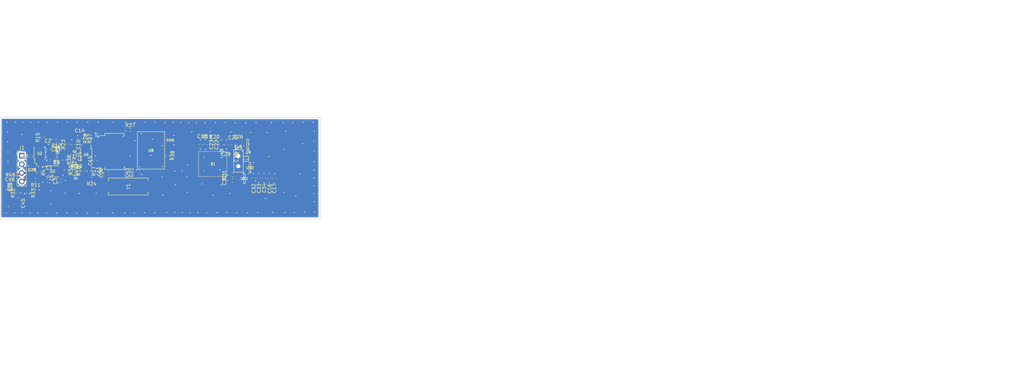
<source format=kicad_pcb>
(kicad_pcb (version 20241229) (generator "pcbnew") (generator_version "9.0")
  (layers (0 "F.Cu" signal) (4 "In1.Cu" signal) (6 "In2.Cu" signal) (2 "B.Cu" signal) (13 "F.Paste" user) (15 "B.Paste" user) (5 "F.SilkS" user "F.Silkscreen") (7 "B.SilkS" user "B.Silkscreen") (1 "F.Mask" user) (3 "B.Mask" user) (25 "Edge.Cuts" user))
  (net 0 "")
  (net 1 "GNDA")
  (net 2 "VAA")
  (net 3 "Net-(U7-CHO+)")
  (net 4 "Net-(U7-XCH1+)")
  (net 5 "/D_G")
  (net 6 "Net-(U6A-+)")
  (net 7 "/REF+_OUT")
  (net 8 "VDD")
  (net 9 "/V_IN")
  (net 10 "/I_BIAS")
  (net 11 "Net-(U7-OSC2)")
  (net 12 "Net-(U7-OSC1)")
  (net 13 "/REF")
  (net 14 "Net-(U25-+)")
  (net 15 "Net-(U25--)")
  (net 16 "/V_REF")
  (net 17 "/V_BATT")
  (net 19 "Net-(U7-SDI)")
  (net 20 "Net-(U7-SCK)")
  (net 21 "Net-(U7-DR)")
  (net 23 "Net-(U7-SDO)")
  (net 38 "/MCP_RST")
  (net 39 "/SIM_RST")
  (net 45 "/MCP_SS")
  (net 50 "INT_1")
  (net 52 "/REF1")
  (net 53 "/R12 TO U1 P3")
  (net 54 "/R30 TO U26 P3")
  (net 55 "/REF2")
  (net 56 "/VOUT1")
  (net 57 "/FB1")
  (net 58 "/VOUT2")
  (net 59 "/FB2")
  (net 60 "/R34 TO U1 P1")
  (net 61 "/R36 TO U26 P1")
  (net 62 "/RAW ELECTRODE 2")
  (net 63 "/RAW ELECTRODE 1")
  (net 65 "/V_ENABLE")
  (footprint "Capacitor_SMD:C_0603_1608Metric" (layer "F.Cu") (at 122.925 107.925 -90)
    (property "Reference" "C29")
    (property "Value" "10uF")
  )
  (footprint "GANGLIONFOOTPRINTS:NCP551" (layer "F.Cu") (at 128.2 117.925)
    (property "Reference" "U11")
    (property "Value" "NCP551")
  )
  (footprint "GANGLIONFOOTPRINTS:MCP6V31U" (layer "F.Cu") (at 72.575 109.175 180)
    (property "Reference" "U1")
    (property "Value" "MCP6V31U")
  )
  (footprint "Resistor_SMD:R_0603_1608Metric" (layer "F.Cu") (at 77.125 116.925 -90)
    (property "Reference" "R14")
    (property "Value" "1M")
  )
  (footprint "Capacitor_SMD:C_0603_1608Metric" (layer "F.Cu") (at 74.05 118.475)
    (property "Reference" "C4")
    (property "Value" "0.1uF")
  )
  (footprint "Capacitor_SMD:C_0603_1608Metric" (layer "F.Cu") (at 119.9 107.9 90)
    (property "Reference" "C23")
    (property "Value" "1uF")
  )
  (footprint "Capacitor_SMD:C_0603_1608Metric" (layer "F.Cu") (at 88.175 116.225)
    (property "Reference" "C38")
    (property "Value" "18pF")
  )
  (footprint "Capacitor_SMD:C_0603_1608Metric" (layer "F.Cu") (at 121.4 107.925 90)
    (property "Reference" "C22")
    (property "Value" "0.1uF")
  )
  (footprint "Resistor_SMD:R_0603_1608Metric" (layer "F.Cu") (at 82.35 115.725 -90)
    (property "Reference" "R17")
    (property "Value" "100K")
  )
  (footprint "Resistor_SMD:R_0603_1608Metric" (layer "F.Cu") (at 64.5275 122.195 -90)
    (property "Reference" "R33")
    (property "Value" "100K")
  )
  (footprint "GANGLIONFOOTPRINTS:Crystal_HC49-SD_SMD" (layer "F.Cu") (at 93.95 120.275)
    (property "Reference" "Y1")
    (property "Value" "Crystal_Small")
  )
  (footprint "Resistor_SMD:R_0603_1608Metric" (layer "F.Cu") (at 67.575 116.125 -90)
    (property "Reference" "R4")
    (property "Value" "330K")
  )
  (footprint "Capacitor_SMD:C_0603_1608Metric" (layer "F.Cu") (at 124.7 116.9)
    (property "Reference" "C31")
    (property "Value" "0.1uF")
  )
  (footprint "Capacitor_SMD:C_0603_1608Metric" (layer "F.Cu") (at 124.95 107.95 90)
    (property "Reference" "C25")
    (property "Value" "1uF")
  )
  (footprint "Capacitor_SMD:C_0603_1608Metric" (layer "F.Cu") (at 118.35 107.9 90)
    (property "Reference" "C20")
    (property "Value" "0.1uF")
  )
  (footprint "Capacitor_SMD:C_0603_1608Metric" (layer "F.Cu") (at 62.9275 122.22 -90)
    (property "Reference" "C45")
    (property "Value" "1uF")
  )
  (footprint "Resistor_SMD:R_0603_1608Metric" (layer "F.Cu") (at 68.675 105.8 90)
    (property "Reference" "R15")
    (property "Value" "100K")
  )
  (footprint "Capacitor_SMD:C_0603_1608Metric" (layer "F.Cu") (at 77.825 107.85 -90)
    (property "Reference" "C10")
    (property "Value" "1uF")
  )
  (footprint "GANGLIONFOOTPRINTS:RFD77101" (layer "F.Cu") (at 100.65 109.625)
    (property "Reference" "U8")
    (property "Value" "rfd_77101")
  )
  (footprint "Capacitor_SMD:C_0603_1608Metric" (layer "F.Cu") (at 83.9 115.75 90)
    (property "Reference" "C11")
    (property "Value" "1uF")
  )
  (footprint "Resistor_SMD:R_0603_1608Metric" (layer "F.Cu") (at 81.175 106.15 -90)
    (property "Reference" "R27")
    (property "Value" "100K")
  )
  (footprint "Resistor_SMD:R_0603_1608Metric" (layer "F.Cu") (at 105.56 111.15 -90)
    (property "Reference" "R38")
    (property "Value" "10K")
  )
  (footprint "Capacitor_SMD:C_0603_1608Metric" (layer "F.Cu") (at 59.17 116.53)
    (property "Reference" "C46")
    (property "Value" "1uF")
  )
  (footprint "GANGLIONFOOTPRINTS:JS_2_BATTERY" (layer "F.Cu") (at 121.5165 112.7427 -90)
    (property "Reference" "B1")
    (property "Value" "JS_2_Battery")
  )
  (footprint "Connector_PinHeader_2.54mm:PinHeader_1x04_P2.54mm_Vertical" (layer "F.Cu") (at 62.55 111.18)
    (property "Reference" "J1")
    (property "Value" "Conn_01x04_Pin")
  )
  (footprint "Resistor_SMD:R_0603_1608Metric" (layer "F.Cu") (at 76.225 107.825 90)
    (property "Reference" "R23")
    (property "Value" "1K")
  )
  (footprint "Capacitor_SMD:C_0603_1608Metric" (layer "F.Cu") (at 135.5 117.825 -90)
    (property "Reference" "C16")
    (property "Value" "0.1uF")
  )
  (footprint "Capacitor_SMD:C_0603_1608Metric" (layer "F.Cu") (at 115.205 107.905 90)
    (property "Reference" "C18")
    (property "Value" "10uF")
  )
  (footprint "Capacitor_SMD:C_0603_1608Metric" (layer "F.Cu") (at 128.85 111.675 180)
    (property "Reference" "C28")
    (property "Value" "1uF")
  )
  (footprint "Capacitor_SMD:C_0603_1608Metric" (layer "F.Cu") (at 78.65 116.925 -90)
    (property "Reference" "C39")
    (property "Value" "22uF")
  )
  (footprint "Capacitor_SMD:C_0603_1608Metric" (layer "F.Cu") (at 124.7 118.475)
    (property "Reference" "C30")
    (property "Value" "1uF")
  )
  (footprint "Capacitor_SMD:C_0603_1608Metric" (layer "F.Cu") (at 93.65 116.225 180)
    (property "Reference" "C43")
    (property "Value" "18pF")
  )
  (footprint "Resistor_SMD:R_0603_1608Metric" (layer "F.Cu") (at 72.75 111.625 180)
    (property "Reference" "R1")
    (property "Value" "1M")
  )
  (footprint "Capacitor_SMD:C_0603_1608Metric" (layer "F.Cu") (at 84.2 112.675 90)
    (property "Reference" "C15")
    (property "Value" "0.1uF")
  )
  (footprint "Resistor_SMD:R_0603_1608Metric" (layer "F.Cu") (at 61.39 122.22 90)
    (property "Reference" "R32")
    (property "Value" "100K")
  )
  (footprint "Capacitor_SMD:C_0603_1608Metric" (layer "F.Cu") (at 72.775 113.2 180)
    (property "Reference" "C9")
    (property "Value" "22uF")
  )
  (footprint "Capacitor_SMD:C_0603_1608Metric" (layer "F.Cu") (at 78.225 111.25 90)
    (property "Reference" "C24")
    (property "Value" "0.1uF")
  )
  (footprint "GANGLIONFOOTPRINTS:AD8237" (layer "F.Cu") (at 67.825 110.5 90)
    (property "Reference" "U2")
    (property "Value" "AD8237")
  )
  (footprint "GANGLIONFOOTPRINTS:LM7332" (layer "F.Cu") (at 81.525 110.85 -90)
    (property "Reference" "U6")
    (property "Value" "LM7332")
  )
  (footprint "GANGLIONFOOTPRINTS:AD8237" (layer "F.Cu") (at 71.575 115.8)
    (property "Reference" "U3")
    (property "Value" "AD8237")
  )
  (footprint "Resistor_SMD:R_0603_1608Metric" (layer "F.Cu") (at 83.125 118.075 180)
    (property "Reference" "R24")
    (property "Value" "1K")
  )
  (footprint "Resistor_SMD:R_0603_1608Metric" (layer "F.Cu") (at 72.75 106.75 180)
    (property "Reference" "R12")
    (property "Value" "1M")
  )
  (footprint "GANGLIONFOOTPRINTS:NCP551" (layer "F.Cu") (at 129.15 107.725 180)
    (property "Reference" "U9")
    (property "Value" "NCP551")
  )
  (footprint "Capacitor_SMD:C_0603_1608Metric" (layer "F.Cu") (at 116.725 107.9 90)
    (property "Reference" "C19")
    (property "Value" "1uF")
  )
  (footprint "GANGLIONFOOTPRINTS:NCP300" (layer "F.Cu") (at 129.8375 114.6 180)
    (property "Reference" "U10")
    (property "Value" "NCP300")
  )
  (footprint "GANGLIONFOOTPRINTS:MCP3912" (layer "F.Cu") (at 89.9 109.925)
    (property "Reference" "U7")
    (property "Value" "MCP3912")
  )
  (footprint "Resistor_SMD:R_0603_1608Metric" (layer "F.Cu") (at 75.075 112.425 -90)
    (property "Reference" "R36")
    (property "Value" "500K")
  )
  (footprint "GANGLIONFOOTPRINTS:TPD4E1B06" (layer "F.Cu") (at 65.6 115.325 180)
    (property "Reference" "U28")
    (property "Value" "TPD4E1B06")
  )
  (footprint "GANGLIONFOOTPRINTS:SW_BATT" (layer "F.Cu") (at 124.65 115.025 180)
    (property "Reference" "SW5")
    (property "Value" "SPDT")
  )
  (footprint "Capacitor_SMD:C_0603_1608Metric" (layer "F.Cu") (at 132.375 117.75 90)
    (property "Reference" "C33")
    (property "Value" "1uF")
  )
  (footprint "Capacitor_SMD:C_0603_1608Metric" (layer "F.Cu") (at 79.65 106.15 90)
    (property "Reference" "C14")
    (property "Value" "1uF")
  )
  (footprint "Capacitor_SMD:C_0603_1608Metric" (layer "F.Cu") (at 126.55 107.95 90)
    (property "Reference" "C26")
    (property "Value" "0.1uF")
  )
  (footprint "Resistor_SMD:R_0603_1608Metric" (layer "F.Cu") (at 75.575 115.45 -90)
    (property "Reference" "R30")
    (property "Value" "1M")
  )
  (footprint "Resistor_SMD:R_0603_1608Metric" (layer "F.Cu") (at 65.15 111.475 90)
    (property "Reference" "R2")
    (property "Value" "330K")
  )
  (footprint "GANGLIONFOOTPRINTS:MCP6V31U" (layer "F.Cu") (at 59.061 120.4154 90)
    (property "Reference" "U25")
    (property "Value" "MCP6V31U")
  )
  (footprint "Resistor_SMD:R_0603_1608Metric" (layer "F.Cu") (at 80.7625 115.675 90)
    (property "Reference" "R18")
    (property "Value" "2K")
  )
  (footprint "Capacitor_SMD:C_0603_1608Metric" (layer "F.Cu") (at 133.925 117.75 90)
    (property "Reference" "C34")
    (property "Value" "10uF")
  )
  (footprint "Capacitor_SMD:C_0603_1608Metric" (layer "F.Cu") (at 137.075 117.8 -90)
    (property "Reference" "C17")
    (property "Value" "1uF")
  )
  (footprint "Resistor_SMD:R_0603_1608Metric" (layer "F.Cu") (at 76.675 110.9 -90)
    (property "Reference" "R16")
    (property "Value" "2K")
  )
  (footprint "Capacitor_SMD:C_0603_1608Metric" (layer "F.Cu") (at 128.85 110.15 180)
    (property "Reference" "C27")
    (property "Value" "0.1uF")
  )
  (footprint "Capacitor_SMD:C_0603_1608Metric" (layer "F.Cu") (at 70.475 112.375 -90)
    (property "Reference" "C1")
    (property "Value" "0.1uF")
  )
  (footprint "Capacitor_SMD:C_0603_1608Metric" (layer "F.Cu") (at 130.85 117.8 90)
    (property "Reference" "C32")
    (property "Value" "0.1uF")
  )
  (footprint "Capacitor_SMD:C_0603_1608Metric" (layer "F.Cu") (at 97.225 115.975 180)
    (property "Reference" "C21")
    (property "Value" "0.1uF")
  )
  (footprint "GANGLIONFOOTPRINTS:SW6_BUTTON" (layer "F.Cu") (at 106.725 105.725 -90)
    (property "Reference" "SW6")
    (property "Value" "TACT_SWITCH")
  )
  (footprint "Resistor_SMD:R_0603_1608Metric" (layer "F.Cu") (at 59.17 118.28)
    (property "Reference" "R49")
    (property "Value" "330K")
  )
  (footprint "Resistor_SMD:R_0603_1608Metric" (layer "F.Cu") (at 66.65 118.425 180)
    (property "Reference" "R11")
    (property "Value" "330K")
  )
  (footprint "Resistor_SMD:R_0603_1608Metric" (layer "F.Cu") (at 82.725 106.125 90)
    (property "Reference" "R28")
    (property "Value" "100K")
  )
  (footprint "Capacitor_SMD:C_0603_1608Metric" (layer "F.Cu") (at 70 118.45 180)
    (property "Reference" "C3")
    (property "Value" "0.1uF")
  )
  (footprint "Resistor_SMD:R_0603_1608Metric" (layer "F.Cu") (at 94.555 103.62)
    (property "Reference" "R37")
    (property "Value" "100K")
  )
  (footprint "GANGLIONFOOTPRINTS:D_SCHOTTKY" (layer "F.Cu") (at 121.4875 111.125 180)
    (property "Reference" "D1")
    (property "Value" "D_Schottky")
  )
  (footprint "GANGLIONFOOTPRINTS:MCP6V31U" (layer "F.Cu") (at 77.975 114.1 -90)
    (property "Reference" "U26")
    (property "Value" "MCP6V31U")
  )
  (footprint "Capacitor_SMD:C_0603_1608Metric" (layer "F.Cu") (at 70.45 109.275 90)
    (property "Reference" "C2")
    (property "Value" "0.1uF")
  )
  (footprint "Resistor_SMD:R_0603_1608Metric" (layer "F.Cu") (at 74.65 109.35 90)
    (property "Reference" "R34")
    (property "Value" "500K")
  )
  (gr_rect (start 56.2 99.85) (end 150.575 129.85) (stroke (width 0.15)) (fill no) (layer "Edge.Cuts"))
  (segment (start 98.5 105.45) (end 97.775 104.725) (width 0.3) (layer "F.Cu") (net 1))
  (segment (start 97.345 107.555) (end 98.174 107.555) (width 0.3) (layer "F.Cu") (net 1))
  (segment (start 97.345 105.555) (end 97.345 105.055) (width 0.3) (layer "F.Cu") (net 1))
  (segment (start 68.8 111.325) (end 68.8 112.7) (width 0.2) (layer "F.Cu") (net 1))
  (segment (start 93.5 110.9) (end 93.59 110.99) (width 0.3) (layer "F.Cu") (net 1))
  (segment (start 98.174 107.555) (end 98.5 107.229) (width 0.3) (layer "F.Cu") (net 1))
  (segment (start 93.59 111.46) (end 93.5 111.55) (width 0.3) (layer "F.Cu") (net 1))
  (segment (start 99.65 112.165) (end 99.65 112.05) (width 1) (layer "F.Cu") (net 1))
  (segment (start 93.59 110.99) (end 93.59 111.46) (width 0.3) (layer "F.Cu") (net 1))
  (segment (start 86.3 113.5) (end 86.3 112.85) (width 0.3) (layer "F.Cu") (net 1))
  (segment (start 98.5 106.4) (end 98.5 105.45) (width 0.3) (layer "F.Cu") (net 1))
  (segment (start 86.3 112.2) (end 86.3 112.85) (width 0.3) (layer "F.Cu") (net 1))
  (segment (start 101.65 110.05) (end 100.63 111.07) (width 1) (layer "F.Cu") (net 1))
  (segment (start 93.5 112.85) (end 93.5 113.5) (width 0.3) (layer "F.Cu") (net 1))
  (segment (start 84.175 111.225) (end 84.5 111.55) (width 0.3) (layer "F.Cu") (net 1))
  (segment (start 99.82 110.26) (end 100.63 111.07) (width 1) (layer "F.Cu") (net 1))
  (segment (start 101.65 112.09) (end 100.63 111.07) (width 1) (layer "F.Cu") (net 1))
  (segment (start 60.7713 120.47) (end 61.0267 120.2146) (width 0.15) (layer "F.Cu") (net 1))
  (segment (start 99.65 112.05) (end 100.63 111.07) (width 1) (layer "F.Cu") (net 1))
  (segment (start 99.65 110.26) (end 99.82 110.26) (width 1) (layer "F.Cu") (net 1))
  (segment (start 69.875 112.625) (end 68.875 112.625) (width 0.2) (layer "F.Cu") (net 1))
  (segment (start 98.345 106.555) (end 98.5 106.4) (width 0.3) (layer "F.Cu") (net 1))
  (segment (start 68.2 110.725) (end 68.8 111.325) (width 0.2) (layer "F.Cu") (net 1))
  (segment (start 101.65 110.045) (end 101.65 110.05) (width 1) (layer "F.Cu") (net 1))
  (segment (start 97.345 106.555) (end 98.345 106.555) (width 0.3) (layer "F.Cu") (net 1))
  (segment (start 101.65 112.165) (end 101.65 112.09) (width 1) (layer "F.Cu") (net 1))
  (segment (start 84.5 111.55) (end 86.3 111.55) (width 0.3) (layer "F.Cu") (net 1))
  (segment (start 86.3 111.55) (end 86.3 112.2) (width 0.3) (layer "F.Cu") (net 1))
  (segment (start 60.2087 120.47) (end 60.7713 120.47) (width 0.15) (layer "F.Cu") (net 1))
  (segment (start 98.5 107.229) (end 98.5 106.4) (width 0.3) (layer "F.Cu") (net 1))
  (segment (start 61.0267 120.2146) (end 61.6567 120.2146) (width 0.15) (layer "F.Cu") (net 1))
  (segment (start 93.5 114.15) (end 93.5 113.5) (width 0.3) (layer "F.Cu") (net 1))
  (segment (start 68.875 112.625) (end 68.8 112.7) (width 0.2) (layer "F.Cu") (net 1))
  (via blind (at 134.38 123.81) (size 0.6) (drill 0.3) (layers "F.Cu" "B.Cu") (net 1))
  (via blind (at 62.68 128.05) (size 0.6) (drill 0.3) (layers "F.Cu" "B.Cu") (net 1))
  (via blind (at 111.28 117.47) (size 0.6) (drill 0.3) (layers "F.Cu" "B.Cu") (net 1))
  (via blind (at 58.37 107.05) (size 0.6) (drill 0.3) (layers "F.Cu" "B.Cu") (net 1))
  (via blind (at 114.5 127.96) (size 0.6) (drill 0.3) (layers "F.Cu" "B.Cu") (net 1))
  (via blind (at 98 116.7) (size 0.6) (drill 0.3) (layers "F.Cu" "B.Cu") (net 1))
  (via blind (at 118.35 106.475) (size 0.6) (drill 0.3) (layers "F.Cu" "B.Cu") (net 1))
  (via blind (at 101.7 127.98) (size 0.6) (drill 0.3) (layers "F.Cu" "B.Cu") (net 1))
  (via blind (at 118.98 122.83) (size 0.6) (drill 0.3) (layers "F.Cu" "B.Cu") (net 1))
  (via blind (at 58.37 104.11) (size 0.6) (drill 0.3) (layers "F.Cu" "B.Cu") (net 1))
  (via blind (at 93.07 101.31) (size 0.6) (drill 0.3) (layers "F.Cu" "B.Cu") (net 1))
  (via blind (at 119.9 106.45) (size 0.6) (drill 0.3) (layers "F.Cu" "B.Cu") (net 1))
  (via blind (at 75.85 128.03) (size 0.6) (drill 0.3) (layers "F.Cu" "B.Cu") (net 1))
  (via blind (at 133.925 119.15) (size 0.6) (drill 0.3) (layers "F.Cu" "B.Cu") (net 1))
  (via blind (at 145.96 127.86) (size 0.6) (drill 0.3) (layers "F.Cu" "B.Cu") (net 1))
  (via blind (at 71.18 125.46) (size 0.6) (drill 0.3) (layers "F.Cu" "B.Cu") (net 1))
  (via blind (at 144.64 116.49) (size 0.6) (drill 0.3) (layers "F.Cu" "B.Cu") (net 1))
  (via blind (at 84.175 111.225) (size 0.6) (drill 0.3) (layers "F.Cu" "B.Cu") (net 1))
  (via blind (at 148.68 106.89) (size 0.6) (drill 0.3) (layers "F.Cu" "B.Cu") (net 1))
  (via blind (at 119.68 101.42) (size 0.6) (drill 0.3) (layers "F.Cu" "B.Cu") (net 1))
  (via blind (at 107.83 119.78) (size 0.6) (drill 0.3) (layers "F.Cu" "B.Cu") (net 1))
  (via blind (at 64.5 114.25) (size 0.6) (drill 0.3) (layers "F.Cu" "B.Cu") (net 1))
  (via blind (at 80.15 108.06) (size 0.6) (drill 0.3) (layers "F.Cu" "B.Cu") (net 1))
  (via blind (at 76.02 101.26) (size 0.6) (drill 0.3) (layers "F.Cu" "B.Cu") (net 1))
  (via blind (at 107.66 115.73) (size 0.6) (drill 0.3) (layers "F.Cu" "B.Cu") (net 1))
  (via blind (at 123.05 127.91) (size 0.6) (drill 0.3) (layers "F.Cu" "B.Cu") (net 1))
  (via blind (at 121.4 106.5) (size 0.6) (drill 0.3) (layers "F.Cu" "B.Cu") (net 1))
  (via blind (at 77.725 112.575) (size 0.6) (drill 0.3) (layers "F.Cu" "In2.Cu") (net 1))
  (via blind (at 142.93 127.96) (size 0.6) (drill 0.3) (layers "F.Cu" "B.Cu") (net 1))
  (via blind (at 136.57 127.91) (size 0.6) (drill 0.3) (layers "F.Cu" "B.Cu") (net 1))
  (via blind (at 62.69 104.93) (size 0.6) (drill 0.3) (layers "F.Cu" "B.Cu") (net 1))
  (via blind (at 107.42 107.95) (size 0.6) (drill 0.3) (layers "F.Cu" "B.Cu") (net 1))
  (via blind (at 70.45 107.85) (size 0.6) (drill 0.3) (layers "F.Cu" "B.Cu") (net 1))
  (via blind (at 73.11 101.31) (size 0.6) (drill 0.3) (layers "F.Cu" "B.Cu") (net 1))
  (via blind (at 135.475 119.175) (size 0.6) (drill 0.3) (layers "F.Cu" "B.Cu") (net 1))
  (via blind (at 148.76 117.72) (size 0.6) (drill 0.3) (layers "F.Cu" "B.Cu") (net 1))
  (via blind (at 58.03 128.08) (size 0.6) (drill 0.3) (layers "F.Cu" "B.Cu") (net 1))
  (via blind (at 107.17 101.36) (size 0.6) (drill 0.3) (layers "F.Cu" "B.Cu") (net 1))
  (via blind (at 97.775 104.725) (size 0.6) (drill 0.3) (layers "F.Cu" "B.Cu") (net 1))
  (via blind (at 125.93 128.01) (size 0.6) (drill 0.3) (layers "F.Cu" "B.Cu") (net 1))
  (via blind (at 139.89 109.32) (size 0.6) (drill 0.3) (layers "F.Cu" "B.Cu") (net 1))
  (via blind (at 70.34 116.94) (size 0.6) (drill 0.3) (layers "F.Cu" "B.Cu") (net 1))
  (via blind (at 148.73 124.71) (size 0.6) (drill 0.3) (layers "F.Cu" "B.Cu") (net 1))
  (via blind (at 142.47 101.42) (size 0.6) (drill 0.3) (layers "F.Cu" "B.Cu") (net 1))
  (via blind (at 60.6 101.25) (size 0.6) (drill 0.3) (layers "F.Cu" "B.Cu") (net 1))
  (via blind (at 84.89 128.08) (size 0.6) (drill 0.3) (layers "F.Cu" "B.Cu") (net 1))
  (via blind (at 63.33 122.45) (size 0.6) (drill 0.3) (layers "F.Cu" "B.Cu") (net 1))
  (via blind (at 98.93 101.21) (size 0.6) (drill 0.3) (layers "F.Cu" "B.Cu") (net 1))
  (via blind (at 134.91 104.33) (size 0.6) (drill 0.3) (layers "F.Cu" "B.Cu") (net 1))
  (via blind (at 68.75 118.99) (size 0.6) (drill 0.3) (layers "F.Cu" "B.Cu") (net 1))
  (via blind (at 95.73 128.08) (size 0.6) (drill 0.3) (layers "F.Cu" "B.Cu") (net 1))
  (via blind (at 85.06 101.31) (size 0.6) (drill 0.3) (layers "F.Cu" "B.Cu") (net 1))
  (via blind (at 82.03 101.36) (size 0.6) (drill 0.3) (layers "F.Cu" "B.Cu") (net 1))
  (via blind (at 125.5 108.225) (size 0.6) (drill 0.3) (layers "F.Cu" "B.Cu") (net 1))
  (via blind (at 98.76 127.98) (size 0.6) (drill 0.3) (layers "F.Cu" "B.Cu") (net 1))
  (via blind (at 136.11 101.37) (size 0.6) (drill 0.3) (layers "F.Cu" "B.Cu") (net 1))
  (via blind (at 70.01 101.34) (size 0.6) (drill 0.3) (layers "F.Cu" "B.Cu") (net 1))
  (via blind (at 148.67 122.31) (size 0.6) (drill 0.3) (layers "F.Cu" "B.Cu") (net 1))
  (via blind (at 100.63 111.07) (size 0.6) (drill 0.3) (layers "F.Cu" "B.Cu") (net 1))
  (via blind (at 148.7 120.06) (size 0.6) (drill 0.3) (layers "F.Cu" "B.Cu") (net 1))
  (via blind (at 140.1 127.96) (size 0.6) (drill 0.3) (layers "F.Cu" "B.Cu") (net 1))
  (via blind (at 122.925 106.5) (size 0.6) (drill 0.3) (layers "F.Cu" "B.Cu") (net 1))
  (via blind (at 116.675 106.475) (size 0.6) (drill 0.3) (layers "F.Cu" "B.Cu") (net 1))
  (via blind (at 104.06 114.41) (size 0.6) (drill 0.3) (layers "F.Cu" "B.Cu") (net 1))
  (via blind (at 67.75 121.31) (size 0.6) (drill 0.3) (layers "F.Cu" "B.Cu") (net 1))
  (via blind (at 92.9 128.08) (size 0.6) (drill 0.3) (layers "F.Cu" "B.Cu") (net 1))
  (via blind (at 145.32 107.58) (size 0.6) (drill 0.3) (layers "F.Cu" "B.Cu") (net 1))
  (via blind (at 123.3 118.475) (size 0.6) (drill 0.3) (layers "F.Cu" "B.Cu") (net 1))
  (via blind (at 82.74 105.92) (size 0.6) (drill 0.3) (layers "F.Cu" "B.Cu") (net 1))
  (via blind (at 112.64 104.11) (size 0.6) (drill 0.3) (layers "F.Cu" "B.Cu") (net 1))
  (via blind (at 92.84 114.54) (size 0.6) (drill 0.3) (layers "F.Cu" "B.Cu") (net 1))
  (via blind (at 67.3 128.08) (size 0.6) (drill 0.3) (layers "F.Cu" "B.Cu") (net 1))
  (via blind (at 67.47 101.31) (size 0.6) (drill 0.3) (layers "F.Cu" "B.Cu") (net 1))
  (via blind (at 129.06 128.01) (size 0.6) (drill 0.3) (layers "F.Cu" "B.Cu") (net 1))
  (via blind (at 148.9 127.86) (size 0.6) (drill 0.3) (layers "F.Cu" "B.Cu") (net 1))
  (via blind (at 79.51 122.3) (size 0.6) (drill 0.3) (layers "F.Cu" "B.Cu") (net 1))
  (via blind (at 117.04 127.99) (size 0.6) (drill 0.3) (layers "F.Cu" "B.Cu") (net 1))
  (via blind (at 104.14 122.73) (size 0.6) (drill 0.3) (layers "F.Cu" "B.Cu") (net 1))
  (via blind (at 107.41 105.24) (size 0.6) (drill 0.3) (layers "F.Cu" "B.Cu") (net 1))
  (via blind (at 58.47 110.08) (size 0.6) (drill 0.3) (layers "F.Cu" "B.Cu") (net 1))
  (via blind (at 130 104.33) (size 0.6) (drill 0.3) (layers "F.Cu" "B.Cu") (net 1))
  (via blind (at 129.2 112.225) (size 0.6) (drill 0.3) (layers "F.Cu" "B.Cu") (net 1))
  (via blind (at 115.2 106.45) (size 0.6) (drill 0.3) (layers "F.Cu" "B.Cu") (net 1))
  (via blind (at 126.97 108.15) (size 0.6) (drill 0.3) (layers "F.Cu" "B.Cu") (net 1))
  (via blind (at 135.36 111.43) (size 0.6) (drill 0.3) (layers "F.Cu" "B.Cu") (net 1))
  (via blind (at 125.47 101.47) (size 0.6) (drill 0.3) (layers "F.Cu" "B.Cu") (net 1))
  (via blind (at 71.18 121.51) (size 0.6) (drill 0.3) (layers "F.Cu" "B.Cu") (net 1))
  (via blind (at 137.1 119.275) (size 0.6) (drill 0.3) (layers "F.Cu" "B.Cu") (net 1))
  (via blind (at 139.81 122) (size 0.6) (drill 0.3) (layers "F.Cu" "B.Cu") (net 1))
  (via blind (at 103.84 117.47) (size 0.6) (drill 0.3) (layers "F.Cu" "B.Cu") (net 1))
  (via blind (at 148.73 109.8) (size 0.6) (drill 0.3) (layers "F.Cu" "B.Cu") (net 1))
  (via blind (at 62.85 101.28) (size 0.6) (drill 0.3) (layers "F.Cu" "B.Cu") (net 1))
  (via blind (at 118.15 104.11) (size 0.6) (drill 0.3) (layers "F.Cu" "B.Cu") (net 1))
  (via blind (at 148.73 115.44) (size 0.6) (drill 0.3) (layers "F.Cu" "B.Cu") (net 1))
  (via blind (at 143.36 122.98) (size 0.6) (drill 0.3) (layers "F.Cu" "B.Cu") (net 1))
  (via blind (at 69.875 112.625) (size 0.6) (drill 0.3) (layers "F.Cu" "B.Cu") (net 1))
  (via blind (at 132.375 119.1) (size 0.6) (drill 0.3) (layers "F.Cu" "B.Cu") (net 1))
  (via blind (at 95.9 101.31) (size 0.6) (drill 0.3) (layers "F.Cu" "B.Cu") (net 1))
  (via blind (at 78.975 105.275) (size 0.6) (drill 0.3) (layers "F.Cu" "B.Cu") (net 1))
  (via blind (at 128.6 101.47) (size 0.6) (drill 0.3) (layers "F.Cu" "B.Cu") (net 1))
  (via blind (at 81.86 128.13) (size 0.6) (drill 0.3) (layers "F.Cu" "B.Cu") (net 1))
  (via blind (at 111.36 122) (size 0.6) (drill 0.3) (layers "F.Cu" "B.Cu") (net 1))
  (via blind (at 94.53 111.23) (size 0.6) (drill 0.3) (layers "F.Cu" "B.Cu") (net 1))
  (via blind (at 127.77 117.94) (size 0.6) (drill 0.3) (layers "F.Cu" "B.Cu") (net 1))
  (via blind (at 78.73 128.13) (size 0.6) (drill 0.3) (layers "F.Cu" "B.Cu") (net 1))
  (via blind (at 111.43 113.92) (size 0.6) (drill 0.3) (layers "F.Cu" "B.Cu") (net 1))
  (via blind (at 140.41 103.96) (size 0.6) (drill 0.3) (layers "F.Cu" "B.Cu") (net 1))
  (via blind (at 105.23 127.96) (size 0.6) (drill 0.3) (layers "F.Cu" "B.Cu") (net 1))
  (via blind (at 131.49 118.62) (size 0.6) (drill 0.3) (layers "F.Cu" "B.Cu") (net 1))
  (via blind (at 69.84 128.11) (size 0.6) (drill 0.3) (layers "F.Cu" "B.Cu") (net 1))
  (via blind (at 97.35 114.45) (size 0.6) (drill 0.3) (layers "F.Cu" "B.Cu") (net 1))
  (via blind (at 104.77 101.42) (size 0.6) (drill 0.3) (layers "F.Cu" "B.Cu") (net 1))
  (via blind (at 101.87 101.21) (size 0.6) (drill 0.3) (layers "F.Cu" "B.Cu") (net 1))
  (via blind (at 107.63 127.9) (size 0.6) (drill 0.3) (layers "F.Cu" "B.Cu") (net 1))
  (via blind (at 148.76 112.9) (size 0.6) (drill 0.3) (layers "F.Cu" "B.Cu") (net 1))
  (via blind (at 64.91 122.4) (size 0.6) (drill 0.3) (layers "F.Cu" "B.Cu") (net 1))
  (via blind (at 115.74 119.5) (size 0.6) (drill 0.3) (layers "F.Cu" "B.Cu") (net 1))
  (via blind (at 122.59 101.37) (size 0.6) (drill 0.3) (layers "F.Cu" "B.Cu") (net 1))
  (via blind (at 120.14 127.96) (size 0.6) (drill 0.3) (layers "F.Cu" "B.Cu") (net 1))
  (via blind (at 114.04 101.42) (size 0.6) (drill 0.3) (layers "F.Cu" "B.Cu") (net 1))
  (via blind (at 132.09 127.96) (size 0.6) (drill 0.3) (layers "F.Cu" "B.Cu") (net 1))
  (via blind (at 109.88 127.93) (size 0.6) (drill 0.3) (layers "F.Cu" "B.Cu") (net 1))
  (via blind (at 123.25 116.875) (size 0.6) (drill 0.3) (layers "F.Cu" "B.Cu") (net 1))
  (via blind (at 116.36 115.63) (size 0.6) (drill 0.3) (layers "F.Cu" "B.Cu") (net 1))
  (via blind (at 89.54 101.26) (size 0.6) (drill 0.3) (layers "F.Cu" "B.Cu") (net 1))
  (via blind (at 75.36 122.22) (size 0.6) (drill 0.3) (layers "F.Cu" "B.Cu") (net 1))
  (via blind (at 123.86 122.32) (size 0.6) (drill 0.3) (layers "F.Cu" "B.Cu") (net 1))
  (via blind (at 60.43 128.02) (size 0.6) (drill 0.3) (layers "F.Cu" "B.Cu") (net 1))
  (via blind (at 61.6967 120.1746) (size 0.6) (drill 0.3) (layers "F.Cu" "B.Cu") (net 1))
  (via blind (at 58.55 126.16) (size 0.6) (drill 0.3) (layers "F.Cu" "B.Cu") (net 1))
  (via blind (at 139.64 101.42) (size 0.6) (drill 0.3) (layers "F.Cu" "B.Cu") (net 1))
  (via blind (at 86.725 116.25) (size 0.6) (drill 0.3) (layers "F.Cu" "B.Cu") (net 1))
  (via blind (at 109.42 101.39) (size 0.6) (drill 0.3) (layers "F.Cu" "B.Cu") (net 1))
  (via blind (at 148.44 101.32) (size 0.6) (drill 0.3) (layers "F.Cu" "B.Cu") (net 1))
  (via blind (at 89.37 128.03) (size 0.6) (drill 0.3) (layers "F.Cu" "B.Cu") (net 1))
  (via blind (at 124.19 104.18) (size 0.6) (drill 0.3) (layers "F.Cu" "B.Cu") (net 1))
  (via blind (at 72.57 108.71) (size 0.6) (drill 0.3) (layers "F.Cu" "B.Cu") (net 1))
  (via blind (at 94.88 116.79) (size 0.6) (drill 0.3) (layers "F.Cu" "B.Cu") (net 1))
  (via blind (at 84.49 122.3) (size 0.6) (drill 0.3) (layers "F.Cu" "B.Cu") (net 1))
  (via blind (at 77.52 114.1) (size 0.6) (drill 0.3) (layers "F.Cu" "In2.Cu") (net 1))
  (via blind (at 148.78 104.01) (size 0.6) (drill 0.3) (layers "F.Cu" "B.Cu") (net 1))
  (via blind (at 75.475 118.5) (size 0.6) (drill 0.3) (layers "F.Cu" "B.Cu") (net 1))
  (via blind (at 65.02 128.11) (size 0.6) (drill 0.3) (layers "F.Cu" "B.Cu") (net 1))
  (via blind (at 112.22 127.99) (size 0.6) (drill 0.3) (layers "F.Cu" "B.Cu") (net 1))
  (via blind (at 58.47 112.91) (size 0.6) (drill 0.3) (layers "F.Cu" "B.Cu") (net 1))
  (via blind (at 129.575 107.75) (size 0.6) (drill 0.3) (layers "F.Cu" "B.Cu") (net 1))
  (via blind (at 145.5 101.32) (size 0.6) (drill 0.3) (layers "F.Cu" "B.Cu") (net 1))
  (via blind (at 78.9 101.36) (size 0.6) (drill 0.3) (layers "F.Cu" "B.Cu") (net 1))
  (via blind (at 77.275 106.475) (size 0.6) (drill 0.3) (layers "F.Cu" "B.Cu") (net 1))
  (via blind (at 84.6 114.925) (size 0.6) (drill 0.3) (layers "F.Cu" "B.Cu") (net 1))
  (via blind (at 116.36 111.72) (size 0.6) (drill 0.3) (layers "F.Cu" "B.Cu") (net 1))
  (via blind (at 130.925 113.175) (size 0.6) (drill 0.3) (layers "F.Cu" "B.Cu") (net 1))
  (via blind (at 109.83 115.64) (size 0.6) (drill 0.3) (layers "F.Cu" "B.Cu") (net 1))
  (via blind (at 58.2 101.31) (size 0.6) (drill 0.3) (layers "F.Cu" "B.Cu") (net 1))
  (via blind (at 111.76 101.45) (size 0.6) (drill 0.3) (layers "F.Cu" "B.Cu") (net 1))
  (via blind (at 121.32 119.81) (size 0.6) (drill 0.3) (layers "F.Cu" "B.Cu") (net 1))
  (via blind (at 131.63 101.42) (size 0.6) (drill 0.3) (layers "F.Cu" "B.Cu") (net 1))
  (via blind (at 116.58 101.45) (size 0.6) (drill 0.3) (layers "F.Cu" "B.Cu") (net 1))
  (via blind (at 72.94 128.08) (size 0.6) (drill 0.3) (layers "F.Cu" "B.Cu") (net 1))
  (via blind (at 120.99 115.36) (size 0.6) (drill 0.3) (layers "F.Cu" "B.Cu") (net 1))
  (via blind (at 68.2 110.725) (size 0.6) (drill 0.3) (layers "F.Cu" "B.Cu") (net 1))
  (via blind (at 129.225 109.525) (size 0.6) (drill 0.3) (layers "F.Cu" "B.Cu") (net 1))
  (via blind (at 65.19 101.34) (size 0.6) (drill 0.3) (layers "F.Cu" "B.Cu") (net 1))
  (segment (start 137.1 117.025) (end 137.075 117.025) (width 0.5) (layer "F.Cu") (net 2))
  (segment (start 67.05 113.875) (end 66.85 113.875) (width 0.2) (layer "F.Cu") (net 2))
  (segment (start 58 122.1975) (end 57.9275 122.27) (width 0.2) (layer "F.Cu") (net 2))
  (segment (start 58 121.1) (end 58 122.1975) (width 0.2) (layer "F.Cu") (net 2))
  (segment (start 57.9275 122.27) (end 58.6775 123.02) (width 0.2) (layer "F.Cu") (net 2))
  (segment (start 58.6775 123.02) (end 61.4025 123.02) (width 0.2) (layer "F.Cu") (net 2))
  (segment (start 67.55 114.375) (end 67.05 113.875) (width 0.2) (layer "F.Cu") (net 2))
  (segment (start 66.85 113.875) (end 66.85 112.7) (width 0.2) (layer "F.Cu") (net 2))
  (via blind (at 69.8 111.55) (size 0.6) (drill 0.3) (layers "F.Cu" "In2.Cu") (net 2))
  (via blind (at 69.775 110.1) (size 0.6) (drill 0.3) (layers "F.Cu" "In2.Cu") (net 2))
  (via blind (at 82.875 113) (size 0.6) (drill 0.3) (layers "F.Cu" "In2.Cu") (net 2))
  (via blind (at 132.4 116.4) (size 0.6) (drill 0.3) (layers "F.Cu" "In2.Cu") (net 2))
  (via blind (at 129.35 116.525) (size 0.6) (drill 0.3) (layers "F.Cu" "In2.Cu") (net 2))
  (via blind (at 78.85 110.55) (size 0.6) (drill 0.3) (layers "F.Cu" "In2.Cu") (net 2))
  (via blind (at 81.175 104.75) (size 0.6) (drill 0.3) (layers "F.Cu" "In2.Cu") (net 2))
  (via blind (at 73.225 119.15) (size 0.6) (drill 0.3) (layers "F.Cu" "In2.Cu") (net 2))
  (via blind (at 58 121.1) (size 0.6) (drill 0.3) (layers "F.Cu" "In2.Cu") (net 2))
  (via blind (at 61.39 123.66) (size 0.6) (drill 0.3) (layers "F.Cu" "In2.Cu") (net 2))
  (via blind (at 68.575 114.6) (size 0.6) (drill 0.3) (layers "F.Cu" "In2.Cu") (net 2))
  (via blind (at 135.5 116.425) (size 0.6) (drill 0.3) (layers "F.Cu" "In2.Cu") (net 2))
  (via blind (at 67.55 114.375) (size 0.6) (drill 0.3) (layers "F.Cu" "In2.Cu") (net 2))
  (via blind (at 85.225 105.65) (size 0.6) (drill 0.3) (layers "F.Cu" "In2.Cu") (net 2))
  (via blind (at 78.45 113.425) (size 0.6) (drill 0.3) (layers "F.Cu" "In2.Cu") (net 2))
  (via blind (at 70.75 119.175) (size 0.6) (drill 0.3) (layers "F.Cu" "In2.Cu") (net 2))
  (via blind (at 133.975 116.4) (size 0.6) (drill 0.3) (layers "F.Cu" "In2.Cu") (net 2))
  (via blind (at 137.1 116.425) (size 0.6) (drill 0.3) (layers "F.Cu" "In2.Cu") (net 2))
  (via blind (at 74.69 116.96) (size 0.6) (drill 0.3) (layers "F.Cu" "In2.Cu") (net 2))
  (via blind (at 69.25 108.675) (size 0.6) (drill 0.3) (layers "F.Cu" "In2.Cu") (net 2))
  (via blind (at 130.85 116.4) (size 0.6) (drill 0.3) (layers "F.Cu" "In2.Cu") (net 2))
  (via blind (at 72.9 109.975) (size 0.6) (drill 0.3) (layers "F.Cu" "In2.Cu") (net 2))
  (segment (start 78.7 109.5) (end 79.3 110.1) (width 0.15) (layer "F.Cu") (net 3))
  (segment (start 83.575 107.725) (end 84.25 107.05) (width 0.2) (layer "F.Cu") (net 3))
  (segment (start 77.8 108.65) (end 77.825 108.625) (width 0.3) (layer "F.Cu") (net 3))
  (segment (start 79.725 110.45) (end 82.55 110.45) (width 0.2) (layer "F.Cu") (net 3))
  (segment (start 77.825 109.25) (end 78.05 109.475) (width 0.3) (layer "F.Cu") (net 3))
  (segment (start 78.05 109.475) (end 78.675 109.475) (width 0.15) (layer "F.Cu") (net 3))
  (segment (start 84.575 106.35) (end 86.3 106.35) (width 0.3) (layer "F.Cu") (net 3))
  (segment (start 82.825 110.175) (end 83.575 109.425) (width 0.2) (layer "F.Cu") (net 3))
  (segment (start 84.25 106.675) (end 84.575 106.35) (width 0.3) (layer "F.Cu") (net 3))
  (segment (start 76.225 108.65) (end 77.8 108.65) (width 0.3) (layer "F.Cu") (net 3))
  (segment (start 79.375 110.1) (end 79.725 110.45) (width 0.2) (layer "F.Cu") (net 3))
  (segment (start 84.25 107.05) (end 84.25 106.675) (width 0.3) (layer "F.Cu") (net 3))
  (segment (start 83.575 109.425) (end 83.575 108.65) (width 0.2) (layer "F.Cu") (net 3))
  (segment (start 83.575 108.65) (end 83.575 107.725) (width 0.2) (layer "F.Cu") (net 3))
  (segment (start 82.55 110.45) (end 82.825 110.175) (width 0.2) (layer "F.Cu") (net 3))
  (segment (start 77.825 108.625) (end 77.825 109.25) (width 0.3) (layer "F.Cu") (net 3))
  (segment (start 87.525 108.3) (end 86.3 108.3) (width 0.2) (layer "F.Cu") (net 4))
  (segment (start 87.525 115.15) (end 87.8 114.875) (width 0.2) (layer "F.Cu") (net 4))
  (segment (start 87.8 108.575) (end 87.525 108.3) (width 0.2) (layer "F.Cu") (net 4))
  (segment (start 83.925 116.525) (end 83.925 118.1) (width 0.5) (layer "F.Cu") (net 4))
  (segment (start 83.9 116.525) (end 84.35 116.525) (width 0.2) (layer "F.Cu") (net 4))
  (segment (start 87.8 114.875) (end 87.8 108.575) (width 0.2) (layer "F.Cu") (net 4))
  (segment (start 84.35 116.525) (end 85.05 115.825) (width 0.2) (layer "F.Cu") (net 4))
  (segment (start 85.275 115.15) (end 87.525 115.15) (width 0.2) (layer "F.Cu") (net 4))
  (segment (start 85.05 115.825) (end 85.05 115.375) (width 0.2) (layer "F.Cu") (net 4))
  (segment (start 85.05 115.375) (end 85.275 115.15) (width 0.2) (layer "F.Cu") (net 4))
  (segment (start 60.3 116.625) (end 62.475 116.625) (width 0.5) (layer "F.Cu") (net 5))
  (segment (start 60.3 118.325) (end 60.35 118.375) (width 0.2) (layer "F.Cu") (net 5))
  (segment (start 64.93718 116.26238) (end 64.94976 116.27496) (width 0.5) (layer "F.Cu") (net 5))
  (segment (start 62.55024 115.975) (end 62.83762 116.26238) (width 0.2) (layer "F.Cu") (net 5))
  (segment (start 62.83762 116.26238) (end 64.93718 116.26238) (width 0.5) (layer "F.Cu") (net 5))
  (segment (start 62.475 116.625) (end 62.83762 116.26238) (width 0.5) (layer "F.Cu") (net 5))
  (segment (start 59.74 116.645) (end 59.74 118.195) (width 0.2) (layer "F.Cu") (net 5))
  (segment (start 79.65 106.925) (end 81.125 106.925) (width 0.3) (layer "F.Cu") (net 6))
  (segment (start 81.175 106.975) (end 82.7 106.975) (width 0.3) (layer "F.Cu") (net 6))
  (segment (start 81.225 107.2375) (end 81.225 108.7625) (width 0.2) (layer "F.Cu") (net 6))
  (segment (start 81.175 106.975) (end 81.475 107.275) (width 0.2) (layer "F.Cu") (net 6))
  (segment (start 80.775 114.125) (end 83.025 114.125) (width 0.15) (layer "F.Cu") (net 7))
  (segment (start 83.25 114) (end 83.65 114) (width 0.2) (layer "F.Cu") (net 7))
  (segment (start 83.025 114.125) (end 83.15 114) (width 0.15) (layer "F.Cu") (net 7))
  (segment (start 80.55 113.9) (end 80.75 114.1) (width 0.2) (layer "F.Cu") (net 7))
  (segment (start 86.3 114.15) (end 84.9 114.15) (width 0.3) (layer "F.Cu") (net 7))
  (segment (start 83.65 114) (end 84.2 113.45) (width 0.2) (layer "F.Cu") (net 7))
  (segment (start 80.55 113.05) (end 80.55 113.9) (width 0.2) (layer "F.Cu") (net 7))
  (segment (start 84.9 114.15) (end 84.2 113.45) (width 0.3) (layer "F.Cu") (net 7))
  (segment (start 96.45 107.76) (end 96.45 107.44) (width 0.15) (layer "F.Cu") (net 8))
  (segment (start 96.616 108.055) (end 96.45 107.889) (width 0.2) (layer "F.Cu") (net 8))
  (segment (start 128.075 111.675) (end 128.075 110.15) (width 0.5) (layer "F.Cu") (net 8))
  (segment (start 97.345 108.055) (end 96.616 108.055) (width 0.2) (layer "F.Cu") (net 8))
  (segment (start 96.45 107.889) (end 96.45 107.76) (width 0.2) (layer "F.Cu") (net 8))
  (segment (start 128.075 110.15) (end 128.075 108.7) (width 0.5) (layer "F.Cu") (net 8))
  (segment (start 96.45 107.44) (end 96.23 107.22) (width 0.15) (layer "F.Cu") (net 8))
  (segment (start 96.23 107.22) (end 96.23 107.04) (width 0.15) (layer "F.Cu") (net 8))
  (segment (start 96.23 107.04) (end 95.94 106.75) (width 0.15) (layer "F.Cu") (net 8))
  (segment (start 128.075 108.7) (end 128.05 108.675) (width 0.5) (layer "F.Cu") (net 8))
  (via blind (at 116.775 109.3) (size 0.6) (drill 0.3) (layers "F.Cu" "In2.Cu") (net 8))
  (via blind (at 115.2 109.25) (size 0.6) (drill 0.3) (layers "F.Cu" "In2.Cu") (net 8))
  (via blind (at 121.375 109.275) (size 0.6) (drill 0.3) (layers "F.Cu" "In2.Cu") (net 8))
  (via blind (at 128.1 112.3) (size 0.6) (drill 0.3) (layers "F.Cu" "In2.Cu") (net 8))
  (via blind (at 119.925 109.225) (size 0.6) (drill 0.3) (layers "F.Cu" "In2.Cu") (net 8))
  (via blind (at 92.475 105.475) (size 0.6) (drill 0.3) (layers "F.Cu" "In2.Cu") (net 8))
  (via blind (at 118.275 109.25) (size 0.6) (drill 0.3) (layers "F.Cu" "In2.Cu") (net 8))
  (via blind (at 93.16 103.84) (size 0.6) (drill 0.3) (layers "F.Cu" "In2.Cu") (net 8))
  (via blind (at 106.21 112.22) (size 0.6) (drill 0.3) (layers "F.Cu" "In2.Cu") (net 8))
  (via blind (at 122.85 109.2) (size 0.6) (drill 0.3) (layers "F.Cu" "In2.Cu") (net 8))
  (via blind (at 128.025 108.2) (size 0.6) (drill 0.3) (layers "F.Cu" "In2.Cu") (net 8))
  (via blind (at 127.5 109.8) (size 0.6) (drill 0.3) (layers "F.Cu" "In2.Cu") (net 8))
  (via blind (at 96.4 115.4) (size 0.6) (drill 0.3) (layers "F.Cu" "In2.Cu") (net 8))
  (via blind (at 95.94 106.75) (size 0.6) (drill 0.3) (layers "F.Cu" "In2.Cu") (net 8))
  (segment (start 125.475 118.475) (end 125.475 116.9) (width 0.5) (layer "F.Cu") (net 9))
  (segment (start 129.875 113.025) (end 130.675 112.225) (width 0.3) (layer "F.Cu") (net 9))
  (segment (start 126.225 110.275) (end 126.925 110.275) (width 0.15) (layer "F.Cu") (net 9))
  (segment (start 127.975 114.575) (end 128.474 114.575) (width 0.3) (layer "F.Cu") (net 9))
  (segment (start 126.925 110.275) (end 127.3 110.65) (width 0.15) (layer "F.Cu") (net 9))
  (segment (start 128.474 114.575) (end 128.499 114.6) (width 0.3) (layer "F.Cu") (net 9))
  (segment (start 127.1 116.975) (end 127.1 115.8) (width 0.5) (layer "F.Cu") (net 9))
  (segment (start 124.65 115.025) (end 125.25 115.625) (width 0.5) (layer "F.Cu") (net 9))
  (segment (start 126.95 115.6) (end 127.675 114.875) (width 0.3) (layer "F.Cu") (net 9))
  (segment (start 125.475 116.9) (end 125.475 115.85) (width 0.5) (layer "F.Cu") (net 9))
  (segment (start 124.95 107.175) (end 124.175 107.175) (width 0.3) (layer "F.Cu") (net 9))
  (segment (start 123.925 109.225) (end 124.3 109.6) (width 0.2) (layer "F.Cu") (net 9))
  (segment (start 126.925 115.625) (end 126.95 115.6) (width 0.5) (layer "F.Cu") (net 9))
  (segment (start 129.875 114.6) (end 129.875 113.025) (width 0.3) (layer "F.Cu") (net 9))
  (segment (start 125.25 115.625) (end 126.925 115.625) (width 0.5) (layer "F.Cu") (net 9))
  (segment (start 127.675 113.4) (end 127.675 114.875) (width 0.2) (layer "F.Cu") (net 9))
  (segment (start 127.3 113.025) (end 127.4 113.125) (width 0.15) (layer "F.Cu") (net 9))
  (segment (start 124.95 107.175) (end 126.55 107.175) (width 0.5) (layer "F.Cu") (net 9))
  (segment (start 124.3 109.6) (end 125.55 109.6) (width 0.15) (layer "F.Cu") (net 9))
  (segment (start 125.55 109.6) (end 125.95 110) (width 0.15) (layer "F.Cu") (net 9))
  (segment (start 130.25 109.325) (end 130.25 108.675) (width 0.3) (layer "F.Cu") (net 9))
  (segment (start 127.3 111.025) (end 127.3 113.025) (width 0.15) (layer "F.Cu") (net 9))
  (segment (start 125.475 115.85) (end 125.25 115.625) (width 0.5) (layer "F.Cu") (net 9))
  (segment (start 130.675 112.225) (end 130.675 109.75) (width 0.3) (layer "F.Cu") (net 9))
  (segment (start 129.875 114.6) (end 130.9375 114.6) (width 0.3) (layer "F.Cu") (net 9))
  (segment (start 127.4 113.125) (end 127.675 113.4) (width 0.2) (layer "F.Cu") (net 9))
  (segment (start 127.675 114.875) (end 127.975 114.575) (width 0.3) (layer "F.Cu") (net 9))
  (segment (start 123.925 107.425) (end 123.925 109.225) (width 0.2) (layer "F.Cu") (net 9))
  (segment (start 130.675 109.75) (end 130.25 109.325) (width 0.3) (layer "F.Cu") (net 9))
  (segment (start 128.499 114.6) (end 129.875 114.6) (width 0.3) (layer "F.Cu") (net 9))
  (segment (start 127.1 115.8) (end 126.925 115.625) (width 0.5) (layer "F.Cu") (net 9))
  (segment (start 125.95 110) (end 126.225 110.275) (width 0.15) (layer "F.Cu") (net 9))
  (segment (start 124.175 107.175) (end 123.925 107.425) (width 0.3) (layer "F.Cu") (net 9))
  (segment (start 127.3 110.65) (end 127.3 111.025) (width 0.15) (layer "F.Cu") (net 9))
  (segment (start 73.3 104.725) (end 71.725 104.725) (width 0.2) (layer "F.Cu") (net 10))
  (segment (start 59.35 124.7) (end 62.35 124.7) (width 0.3) (layer "F.Cu") (net 10))
  (segment (start 63.1 109.05) (end 60.66 109.05) (width 0.3) (layer "F.Cu") (net 10))
  (segment (start 65.45 125.225) (end 66.625 124.05) (width 0.3) (layer "F.Cu") (net 10))
  (segment (start 65.15 109.45) (end 65.125 109.425) (width 0.5) (layer "F.Cu") (net 10))
  (segment (start 57.125 115.875) (end 57.125 122.475) (width 0.3) (layer "F.Cu") (net 10))
  (segment (start 59.65 114.95) (end 58.05 114.95) (width 0.3) (layer "F.Cu") (net 10))
  (segment (start 81.85 108.65) (end 82.5 108.65) (width 0.3) (layer "F.Cu") (net 10))
  (segment (start 79.1 109.1) (end 78.725 108.725) (width 0.15) (layer "F.Cu") (net 10))
  (segment (start 67.35 104.1) (end 66.325 105.125) (width 0.2) (layer "F.Cu") (net 10))
  (segment (start 60.66 109.05) (end 60.06 109.65) (width 0.3) (layer "F.Cu") (net 10))
  (segment (start 78.725 108.725) (end 78.725 106.25) (width 0.15) (layer "F.Cu") (net 10))
  (segment (start 63.88 109.02) (end 63.13 109.02) (width 0.3) (layer "F.Cu") (net 10))
  (segment (start 65.15 107.375) (end 65.15 109.4) (width 0.3) (layer "F.Cu") (net 10))
  (segment (start 79.75 109.5) (end 79.475 109.5) (width 0.15) (layer "F.Cu") (net 10))
  (segment (start 60.06 110.56) (end 60.425 110.925) (width 0.3) (layer "F.Cu") (net 10))
  (segment (start 60.425 110.925) (end 60.425 114.175) (width 0.3) (layer "F.Cu") (net 10))
  (segment (start 66.625 119.85) (end 67.475 119) (width 0.3) (layer "F.Cu") (net 10))
  (segment (start 66.3 105.125) (end 66.15 105.275) (width 0.2) (layer "F.Cu") (net 10))
  (segment (start 64.72 109.02) (end 65.125 109.425) (width 0.5) (layer "F.Cu") (net 10))
  (segment (start 81.725 109.8) (end 81.85 109.675) (width 0.2) (layer "F.Cu") (net 10))
  (segment (start 78.725 106.25) (end 78.35 105.875) (width 0.15) (layer "F.Cu") (net 10))
  (segment (start 62.875 125.225) (end 65.45 125.225) (width 0.3) (layer "F.Cu") (net 10))
  (segment (start 78.35 105.875) (end 77.65 105.875) (width 0.15) (layer "F.Cu") (net 10))
  (segment (start 58.05 114.95) (end 57.125 115.875) (width 0.3) (layer "F.Cu") (net 10))
  (segment (start 71.725 104.725) (end 71.075 104.075) (width 0.2) (layer "F.Cu") (net 10))
  (segment (start 62.35 124.7) (end 62.875 125.225) (width 0.3) (layer "F.Cu") (net 10))
  (segment (start 77.175 105.4) (end 74.2 105.4) (width 0.2) (layer "F.Cu") (net 10))
  (segment (start 81.85 109.675) (end 81.85 108.65) (width 0.2) (layer "F.Cu") (net 10))
  (segment (start 66.325 105.125) (end 66.3 105.125) (width 0.2) (layer "F.Cu") (net 10))
  (segment (start 67.475 119) (end 67.475 118.425) (width 0.3) (layer "F.Cu") (net 10))
  (segment (start 57.125 122.475) (end 59.35 124.7) (width 0.3) (layer "F.Cu") (net 10))
  (segment (start 74.2 105.4) (end 73.525 104.725) (width 0.2) (layer "F.Cu") (net 10))
  (segment (start 77.65 105.875) (end 77.175 105.4) (width 0.2) (layer "F.Cu") (net 10))
  (segment (start 66.15 105.275) (end 66.15 106.35) (width 0.2) (layer "F.Cu") (net 10))
  (segment (start 71.05 104.1) (end 67.35 104.1) (width 0.2) (layer "F.Cu") (net 10))
  (segment (start 63.88 109.02) (end 64.72 109.02) (width 0.5) (layer "F.Cu") (net 10))
  (segment (start 80.05 109.8) (end 81.725 109.8) (width 0.2) (layer "F.Cu") (net 10))
  (segment (start 66.15 106.375) (end 65.15 107.375) (width 0.2) (layer "F.Cu") (net 10))
  (segment (start 79.475 109.5) (end 79.1 109.125) (width 0.15) (layer "F.Cu") (net 10))
  (segment (start 60.425 114.175) (end 59.65 114.95) (width 0.3) (layer "F.Cu") (net 10))
  (segment (start 79.85 109.6) (end 79.75 109.5) (width 0.15) (layer "F.Cu") (net 10))
  (segment (start 67.575 116.95) (end 67.575 118.3) (width 0.5) (layer "F.Cu") (net 10))
  (segment (start 65.15 110.65) (end 65.15 109.45) (width 0.5) (layer "F.Cu") (net 10))
  (segment (start 73.525 104.725) (end 73.3 104.725) (width 0.2) (layer "F.Cu") (net 10))
  (segment (start 66.15 106.35) (end 66.15 106.375) (width 0.2) (layer "F.Cu") (net 10))
  (segment (start 60.06 109.65) (end 60.06 110.56) (width 0.3) (layer "F.Cu") (net 10))
  (segment (start 65.15 109.4) (end 65.125 109.425) (width 0.3) (layer "F.Cu") (net 10))
  (segment (start 71.075 104.075) (end 71.05 104.1) (width 0.2) (layer "F.Cu") (net 10))
  (segment (start 63.13 109.02) (end 63.1 109.05) (width 0.3) (layer "F.Cu") (net 10))
  (segment (start 79.85 109.6) (end 80.05 109.8) (width 0.2) (layer "F.Cu") (net 10))
  (segment (start 66.625 124.05) (end 66.625 119.85) (width 0.3) (layer "F.Cu") (net 10))
  (segment (start 93.5 109.6) (end 92.525 109.6) (width 0.2) (layer "F.Cu") (net 11))
  (segment (start 89.10114 113.02386) (end 89.10114 120.275) (width 0.2) (layer "F.Cu") (net 11))
  (segment (start 92.525 109.6) (end 89.10114 113.02386) (width 0.2) (layer "F.Cu") (net 11))
  (segment (start 92.548 110.25) (end 92.125 110.673) (width 0.15) (layer "F.Cu") (net 12))
  (segment (start 92.125 110.673) (end 92.125 115.3512) (width 0.2) (layer "F.Cu") (net 12))
  (segment (start 92.125 115.3512) (end 97.0488 120.275) (width 0.2) (layer "F.Cu") (net 12))
  (segment (start 93.5 110.25) (end 92.548 110.25) (width 0.15) (layer "F.Cu") (net 12))
  (segment (start 70.75 114.525) (end 70.75 115.825) (width 0.5) (layer "F.Cu") (net 13))
  (segment (start 65.6 118.025) (end 65.6 116.27496) (width 0.3) (layer "F.Cu") (net 13))
  (segment (start 69.55 114.075) (end 70.3 114.075) (width 0.2) (layer "F.Cu") (net 13))
  (segment (start 70.45 116.125) (end 69.375 116.125) (width 0.3) (layer "F.Cu") (net 13))
  (segment (start 65.69985 115.54931) (end 66.55 115.54931) (width 0.3) (layer "F.Cu") (net 13))
  (segment (start 65.36262 118.26238) (end 62.83762 118.26238) (width 0.5) (layer "F.Cu") (net 13))
  (segment (start 69.2 113.725) (end 69.55 114.075) (width 0.2) (layer "F.Cu") (net 13))
  (segment (start 67.1 116.1) (end 68.35 116.1) (width 0.15) (layer "F.Cu") (net 13))
  (segment (start 65.6 116.27496) (end 65.6 115.64916) (width 0.3) (layer "F.Cu") (net 13))
  (segment (start 70.3 114.075) (end 70.325 114.1) (width 0.2) (layer "F.Cu") (net 13))
  (segment (start 68.35 116.1) (end 68.375 116.125) (width 0.2) (layer "F.Cu") (net 13))
  (segment (start 66.55 115.55) (end 67.1 116.1) (width 0.2) (layer "F.Cu") (net 13))
  (segment (start 65.6 115.64916) (end 65.69985 115.54931) (width 0.3) (layer "F.Cu") (net 13))
  (segment (start 70.325 114.1) (end 70.75 114.525) (width 0.3) (layer "F.Cu") (net 13))
  (segment (start 68.15 113.5) (end 68.375 113.725) (width 0.2) (layer "F.Cu") (net 13))
  (segment (start 65.6 118.025) (end 65.36262 118.26238) (width 0.5) (layer "F.Cu") (net 13))
  (segment (start 68.375 113.725) (end 69.2 113.725) (width 0.2) (layer "F.Cu") (net 13))
  (segment (start 70.75 115.825) (end 70.45 116.125) (width 0.3) (layer "F.Cu") (net 13))
  (segment (start 68.375 116.125) (end 69.375 116.125) (width 0.2) (layer "F.Cu") (net 13))
  (segment (start 68.15 112.7) (end 68.15 113.5) (width 0.3) (layer "F.Cu") (net 13))
  (segment (start 66.55 115.54931) (end 66.55 115.55) (width 0.2) (layer "F.Cu") (net 13))
  (segment (start 62.9275 121.445) (end 64.4525 121.445) (width 0.5) (layer "F.Cu") (net 14))
  (segment (start 59.956 121.3304) (end 61.3254 121.3304) (width 0.5) (layer "F.Cu") (net 14))
  (segment (start 61.39 121.395) (end 62.8775 121.395) (width 0.5) (layer "F.Cu") (net 14))
  (segment (start 64.4525 121.445) (end 64.5275 121.37) (width 0.5) (layer "F.Cu") (net 14))
  (segment (start 58.14 118.245) (end 58.14 119.595) (width 0.5) (layer "F.Cu") (net 15))
  (segment (start 58.04 119.695) (end 60.072 119.695) (width 0.5) (layer "F.Cu") (net 15))
  (segment (start 58.115 118.345) (end 58.115 116.795) (width 0.2) (layer "F.Cu") (net 15))
  (segment (start 86.2125 110.225) (end 85.0375 110.225) (width 0.3) (layer "F.Cu") (net 16))
  (segment (start 79.35 111.725) (end 79.35 112.575) (width 0.2) (layer "F.Cu") (net 16))
  (segment (start 75.075 111.65) (end 76.6 111.65) (width 0.5) (layer "F.Cu") (net 16))
  (segment (start 79.1 111.25) (end 79.35 111.5) (width 0.2) (layer "F.Cu") (net 16))
  (segment (start 74.65 110.125) (end 74.9 110.125) (width 0.5) (layer "F.Cu") (net 16))
  (segment (start 84.3625 109.6625) (end 84.3625 109.55) (width 0.2) (layer "F.Cu") (net 16))
  (segment (start 80.1 114.025) (end 80.1 114.1875) (width 0.2) (layer "F.Cu") (net 16))
  (segment (start 82.3 111.725) (end 82.725 111.3) (width 0.3) (layer "F.Cu") (net 16))
  (segment (start 80.1 114.1875) (end 80.7625 114.85) (width 0.2) (layer "F.Cu") (net 16))
  (segment (start 75.15 110.375) (end 75.075 110.45) (width 0.5) (layer "F.Cu") (net 16))
  (segment (start 79.35 112.575) (end 79.75 112.975) (width 0.2) (layer "F.Cu") (net 16))
  (segment (start 86.3 110.224) (end 86.4 110.324) (width 0.3) (layer "F.Cu") (net 16))
  (segment (start 86.3 107) (end 86.3 107.65) (width 0.3) (layer "F.Cu") (net 16))
  (segment (start 79.75 113.675) (end 80.1 114.025) (width 0.2) (layer "F.Cu") (net 16))
  (segment (start 81.45 111.725) (end 81.45 112.8) (width 0.3) (layer "F.Cu") (net 16))
  (segment (start 77.4 111.25) (end 78.825 111.25) (width 0.15) (layer "F.Cu") (net 16))
  (segment (start 75.075 110.45) (end 75.075 111.65) (width 0.5) (layer "F.Cu") (net 16))
  (segment (start 81.2 113.05) (end 81.85 113.05) (width 0.3) (layer "F.Cu") (net 16))
  (segment (start 81.45 112.8) (end 81.2 113.05) (width 0.3) (layer "F.Cu") (net 16))
  (segment (start 84.3625 108.075) (end 84.8375 107.6) (width 0.3) (layer "F.Cu") (net 16))
  (segment (start 82.725 111.3) (end 84.3625 109.6625) (width 0.2) (layer "F.Cu") (net 16))
  (segment (start 79.35 111.725) (end 81.45 111.725) (width 0.3) (layer "F.Cu") (net 16))
  (segment (start 77.15 111.25) (end 77.4 111.25) (width 0.2) (layer "F.Cu") (net 16))
  (segment (start 84.3625 109.55) (end 84.3625 108.075) (width 0.3) (layer "F.Cu") (net 16))
  (segment (start 74.9 110.125) (end 75.15 110.375) (width 0.5) (layer "F.Cu") (net 16))
  (segment (start 76.6 111.65) (end 76.675 111.725) (width 0.5) (layer "F.Cu") (net 16))
  (segment (start 86.3 109.6) (end 86.3 110.224) (width 0.3) (layer "F.Cu") (net 16))
  (segment (start 81.175 112.775) (end 81.825 112.775) (width 0.2) (layer "F.Cu") (net 16))
  (segment (start 79.75 112.975) (end 79.75 113.675) (width 0.2) (layer "F.Cu") (net 16))
  (segment (start 78.825 111.25) (end 79.1 111.25) (width 0.2) (layer "F.Cu") (net 16))
  (segment (start 81.45 111.725) (end 82.3 111.725) (width 0.3) (layer "F.Cu") (net 16))
  (segment (start 79.35 111.5) (end 79.35 111.725) (width 0.2) (layer "F.Cu") (net 16))
  (segment (start 84.8375 107.6) (end 84.8625 107.625) (width 0.3) (layer "F.Cu") (net 16))
  (segment (start 76.675 111.725) (end 77.15 111.25) (width 0.2) (layer "F.Cu") (net 16))
  (segment (start 85.0375 110.225) (end 84.3625 109.55) (width 0.3) (layer "F.Cu") (net 16))
  (segment (start 84.8625 107.625) (end 86.2125 107.625) (width 0.3) (layer "F.Cu") (net 16))
  (segment (start 120.7375 111.125) (end 120.7375 111.832) (width 0.5) (layer "F.Cu") (net 17))
  (segment (start 124.65 112.025) (end 124.65 110.525) (width 0.5) (layer "F.Cu") (net 17))
  (segment (start 120.7375 111.832) (end 121.5165 112.611) (width 0.5) (layer "F.Cu") (net 17))
  (segment (start 122.2375 111.125) (end 124.05 111.125) (width 0.5) (layer "F.Cu") (net 17))
  (segment (start 120.7375 111.125) (end 122.2375 111.125) (width 0.5) (layer "F.Cu") (net 17))
  (segment (start 124.05 111.125) (end 124.65 110.525) (width 0.5) (layer "F.Cu") (net 17))
  (segment (start 96.48 109.75) (end 96.785 110.055) (width 0.2) (layer "F.Cu") (net 19))
  (segment (start 96.785 110.055) (end 97.345 110.055) (width 0.2) (layer "F.Cu") (net 19))
  (segment (start 94.95 107) (end 95.06 107) (width 0.15) (layer "F.Cu") (net 19))
  (segment (start 96.48 109.2) (end 96.48 109.75) (width 0.2) (layer "F.Cu") (net 19))
  (segment (start 96.33 109.05) (end 96.48 109.2) (width 0.2) (layer "F.Cu") (net 19))
  (segment (start 95.06 107) (end 95.21 107.15) (width 0.15) (layer "F.Cu") (net 19))
  (segment (start 93.5 107) (end 94.95 107) (width 0.2) (layer "F.Cu") (net 19))
  (segment (start 95.21 107.15) (end 96.021034 107.961034) (width 0.15) (layer "F.Cu") (net 19))
  (segment (start 96.33 108.37) (end 96.33 109.05) (width 0.15) (layer "F.Cu") (net 19))
  (segment (start 96.021034 108.061034) (end 96.33 108.37) (width 0.15) (layer "F.Cu") (net 19))
  (segment (start 96.021034 107.961034) (end 96.021034 108.061034) (width 0.15) (layer "F.Cu") (net 19))
  (segment (start 94.71 108.3) (end 95.51 109.1) (width 0.15) (layer "F.Cu") (net 20))
  (segment (start 95.51 110.3) (end 96.265 111.055) (width 0.15) (layer "F.Cu") (net 20))
  (segment (start 93.5 108.3) (end 94.71 108.3) (width 0.15) (layer "F.Cu") (net 20))
  (segment (start 96.265 111.055) (end 97.345 111.055) (width 0.15) (layer "F.Cu") (net 20))
  (segment (start 95.51 109.1) (end 95.51 110.3) (width 0.15) (layer "F.Cu") (net 20))
  (segment (start 94.35 112.225) (end 94.555 112.225) (width 0.15) (layer "F.Cu") (net 21))
  (segment (start 97.655 115.09) (end 98.4 114.345) (width 0.15) (layer "F.Cu") (net 21))
  (segment (start 95.62 113.79) (end 96.387678 114.557678) (width 0.15) (layer "F.Cu") (net 21))
  (segment (start 94.555 112.225) (end 95.62 113.29) (width 0.15) (layer "F.Cu") (net 21))
  (segment (start 95.62 113.29) (end 95.62 113.79) (width 0.15) (layer "F.Cu") (net 21))
  (segment (start 96.537678 114.557678) (end 97.07 115.09) (width 0.15) (layer "F.Cu") (net 21))
  (segment (start 96.387678 114.557678) (end 96.537678 114.557678) (width 0.15) (layer "F.Cu") (net 21))
  (segment (start 97.07 115.09) (end 97.655 115.09) (width 0.15) (layer "F.Cu") (net 21))
  (segment (start 93.5 107.65) (end 94.84 107.65) (width 0.15) (layer "F.Cu") (net 23))
  (segment (start 96.635 110.555) (end 97.345 110.555) (width 0.15) (layer "F.Cu") (net 23))
  (segment (start 94.84 107.65) (end 95.93 108.74) (width 0.15) (layer "F.Cu") (net 23))
  (segment (start 95.93 109.85) (end 96.635 110.555) (width 0.15) (layer "F.Cu") (net 23))
  (segment (start 95.93 108.74) (end 95.93 109.85) (width 0.15) (layer "F.Cu") (net 23))
  (segment (start 93.5 106.35) (end 94.99 106.35) (width 0.3) (layer "F.Cu") (net 38))
  (segment (start 99.09 102.83) (end 99.68 103.42) (width 0.3) (layer "F.Cu") (net 38))
  (segment (start 94.99 106.35) (end 95.38 105.96) (width 0.3) (layer "F.Cu") (net 38))
  (segment (start 96.19 103.62) (end 96.98 102.83) (width 0.3) (layer "F.Cu") (net 38))
  (segment (start 100.43 104.17) (end 100.43 106.3) (width 0.3) (layer "F.Cu") (net 38))
  (segment (start 95.38 103.62) (end 96.19 103.62) (width 0.3) (layer "F.Cu") (net 38))
  (segment (start 95.38 105.96) (end 95.38 103.62) (width 0.3) (layer "F.Cu") (net 38))
  (segment (start 96.98 102.83) (end 99.09 102.83) (width 0.3) (layer "F.Cu") (net 38))
  (segment (start 99.68 103.42) (end 100.43 104.17) (width 0.3) (layer "F.Cu") (net 38))
  (segment (start 100.43 106.3) (end 100.92 106.3) (width 0.3) (layer "F.Cu") (net 38))
  (via blind (at 103.97 108.22) (size 0.6) (drill 0.3) (layers "F.Cu" "In2.Cu") (net 38))
  (via blind (at 101.07 106.35) (size 0.6) (drill 0.3) (layers "F.Cu" "In2.Cu") (net 38))
  (segment (start 105.275 108.675) (end 105.7 109.1) (width 0.2) (layer "F.Cu") (net 39))
  (segment (start 103.42 106.34) (end 105.275 106.34) (width 0.2) (layer "F.Cu") (net 39))
  (segment (start 105.7 109.4) (end 105.56 109.54) (width 0.3) (layer "F.Cu") (net 39))
  (segment (start 105.7 109.28) (end 105.7 109.4) (width 0.3) (layer "F.Cu") (net 39))
  (segment (start 98.478 108.051) (end 101.709 108.051) (width 0.2) (layer "F.Cu") (net 39))
  (segment (start 105.7 109.1) (end 105.7 109.28) (width 0.2) (layer "F.Cu") (net 39))
  (segment (start 105.56 109.54) (end 105.56 110.325) (width 0.3) (layer "F.Cu") (net 39))
  (segment (start 105.275 106.34) (end 105.275 104.525) (width 0.3) (layer "F.Cu") (net 39))
  (segment (start 105.25 104.55) (end 105.275 104.525) (width 0.5) (layer "F.Cu") (net 39))
  (segment (start 105.275 108.675) (end 105.275 106.34) (width 0.3) (layer "F.Cu") (net 39))
  (segment (start 101.709 108.051) (end 103.42 106.34) (width 0.2) (layer "F.Cu") (net 39))
  (segment (start 98.478 108.051) (end 97.974 108.555) (width 0.15) (layer "F.Cu") (net 39))
  (segment (start 97.974 108.555) (end 97.345 108.555) (width 0.15) (layer "F.Cu") (net 39))
  (segment (start 95.08 110.58) (end 96.02 111.52) (width 0.15) (layer "F.Cu") (net 45))
  (segment (start 96.555 111.555) (end 97.345 111.555) (width 0.15) (layer "F.Cu") (net 45))
  (segment (start 94.475 108.95) (end 95.08 109.555) (width 0.15) (layer "F.Cu") (net 45))
  (segment (start 96.02 111.52) (end 96.52 111.52) (width 0.15) (layer "F.Cu") (net 45))
  (segment (start 96.52 111.52) (end 96.555 111.555) (width 0.15) (layer "F.Cu") (net 45))
  (segment (start 93.5 108.95) (end 94.475 108.95) (width 0.15) (layer "F.Cu") (net 45))
  (segment (start 95.08 109.555) (end 95.08 110.58) (width 0.15) (layer "F.Cu") (net 45))
  (segment (start 69.828178 109.376) (end 69.929178 109.275) (width 0.3) (layer "F.Cu") (net 52))
  (segment (start 68.15 109.302) (end 68.224 109.376) (width 0.3) (layer "F.Cu") (net 52))
  (segment (start 72 111.625) (end 71.975 111.6) (width 0.5) (layer "F.Cu") (net 52))
  (segment (start 71.816109 110.191) (end 71.9146 110.191) (width 0.2) (layer "F.Cu") (net 52))
  (segment (start 68.15 108.3) (end 68.15 109.302) (width 0.3) (layer "F.Cu") (net 52))
  (segment (start 70.00489 109.27) (end 70.89511 109.27) (width 0.2) (layer "F.Cu") (net 52))
  (segment (start 70.92511 109.3) (end 71.816109 110.191) (width 0.15) (layer "F.Cu") (net 52))
  (segment (start 70.89511 109.27) (end 70.92411 109.299) (width 0.2) (layer "F.Cu") (net 52))
  (segment (start 69.929178 109.275) (end 69.964534 109.310356) (width 0.2) (layer "F.Cu") (net 52))
  (segment (start 68.224 109.376) (end 69.828178 109.376) (width 0.3) (layer "F.Cu") (net 52))
  (segment (start 69.964534 109.310356) (end 70.00489 109.27) (width 0.2) (layer "F.Cu") (net 52))
  (segment (start 71.9146 110.191) (end 71.9146 111.5646) (width 0.5) (layer "F.Cu") (net 52))
  (segment (start 71.9146 111.5646) (end 71.975 111.625) (width 0.5) (layer "F.Cu") (net 52))
  (segment (start 72 113.2) (end 72 111.65) (width 0.5) (layer "F.Cu") (net 52))
  (segment (start 73.525 111.625) (end 73.525 113.175) (width 0.5) (layer "F.Cu") (net 53))
  (segment (start 71.9146 106.8104) (end 71.9146 108.159) (width 0.5) (layer "F.Cu") (net 53))
  (segment (start 71.975 106.75) (end 71.9146 106.8104) (width 0.5) (layer "F.Cu") (net 53))
  (segment (start 73.525 113.15) (end 73.55 113.175) (width 0.5) (layer "F.Cu") (net 53))
  (via blind (at 72.98 111.48) (size 0.6) (drill 0.3) (layers "F.Cu" "In2.Cu") (net 53))
  (via blind (at 71.37 106.33) (size 0.6) (drill 0.3) (layers "F.Cu" "In2.Cu") (net 53))
  (segment (start 76.959 114.7604) (end 76.959 115.984) (width 0.5) (layer "F.Cu") (net 54))
  (segment (start 76.959 115.984) (end 77.125 116.15) (width 0.5) (layer "F.Cu") (net 54))
  (segment (start 77.125 116.15) (end 78.65 116.15) (width 0.5) (layer "F.Cu") (net 54))
  (segment (start 75.575 116.225) (end 77.05 116.225) (width 0.5) (layer "F.Cu") (net 54))
  (segment (start 77.05 116.225) (end 77.125 116.15) (width 0.5) (layer "F.Cu") (net 54))
  (segment (start 79.725 116.475) (end 79.725 117.425) (width 0.5) (layer "F.Cu") (net 55))
  (segment (start 72.35 116.25) (end 72.475 116.125) (width 0.3) (layer "F.Cu") (net 55))
  (segment (start 72.725 117.45) (end 72.885 117.61) (width 0.15) (layer "F.Cu") (net 55))
  (segment (start 72.885 117.61) (end 75.685 117.61) (width 0.15) (layer "F.Cu") (net 55))
  (segment (start 75.975 117.7) (end 75.775 117.7) (width 0.3) (layer "F.Cu") (net 55))
  (segment (start 72.725 117.45) (end 72.35 117.075) (width 0.3) (layer "F.Cu") (net 55))
  (segment (start 72.475 116.125) (end 73.775 116.125) (width 0.3) (layer "F.Cu") (net 55))
  (segment (start 79.4104 114.7604) (end 79.7 115.05) (width 0.5) (layer "F.Cu") (net 55))
  (segment (start 78.991 114.7604) (end 79.4104 114.7604) (width 0.5) (layer "F.Cu") (net 55))
  (segment (start 79.725 117.425) (end 79.45 117.7) (width 0.5) (layer "F.Cu") (net 55))
  (segment (start 72.35 117.075) (end 72.35 116.25) (width 0.3) (layer "F.Cu") (net 55))
  (segment (start 77.125 117.7) (end 75.975 117.7) (width 0.5) (layer "F.Cu") (net 55))
  (segment (start 79.7 116.45) (end 79.725 116.475) (width 0.3) (layer "F.Cu") (net 55))
  (segment (start 78.3 117.7) (end 78.275 117.725) (width 0.2) (layer "F.Cu") (net 55))
  (segment (start 79.45 117.7) (end 78.65 117.7) (width 0.5) (layer "F.Cu") (net 55))
  (segment (start 79.7 115.05) (end 79.7 116.45) (width 0.3) (layer "F.Cu") (net 55))
  (segment (start 77.125 117.7) (end 78.65 117.7) (width 0.5) (layer "F.Cu") (net 55))
  (segment (start 75.685 117.61) (end 75.775 117.7) (width 0.15) (layer "F.Cu") (net 55))
  (segment (start 68.675 104.975) (end 69.4 104.975) (width 0.5) (layer "F.Cu") (net 56))
  (segment (start 76 106.775) (end 76.225 107) (width 0.3) (layer "F.Cu") (net 56))
  (segment (start 69.4 104.975) (end 70.475 104.975) (width 0.3) (layer "F.Cu") (net 56))
  (segment (start 73.125 105.475) (end 73.125 105.5) (width 0.3) (layer "F.Cu") (net 56))
  (segment (start 74.225 107.175) (end 75.125 107.175) (width 0.3) (layer "F.Cu") (net 56))
  (segment (start 68.325 104.975) (end 68.675 104.975) (width 0.3) (layer "F.Cu") (net 56))
  (segment (start 73.125 105.5) (end 73.525 105.9) (width 0.3) (layer "F.Cu") (net 56))
  (segment (start 73.525 105.9) (end 73.525 106.75) (width 0.3) (layer "F.Cu") (net 56))
  (segment (start 70.975 105.475) (end 73.125 105.475) (width 0.3) (layer "F.Cu") (net 56))
  (segment (start 75.15 107.2) (end 75.35 107) (width 0.5) (layer "F.Cu") (net 56))
  (segment (start 73.8 106.75) (end 74.225 107.175) (width 0.5) (layer "F.Cu") (net 56))
  (segment (start 75.35 107) (end 76.225 107) (width 0.5) (layer "F.Cu") (net 56))
  (segment (start 75.125 107.175) (end 75.15 107.2) (width 0.3) (layer "F.Cu") (net 56))
  (segment (start 70.475 104.975) (end 70.975 105.475) (width 0.3) (layer "F.Cu") (net 56))
  (segment (start 73.525 106.75) (end 73.8 106.75) (width 0.5) (layer "F.Cu") (net 56))
  (segment (start 66.85 106.45) (end 68.325 104.975) (width 0.3) (layer "F.Cu") (net 56))
  (segment (start 66.85 108.3) (end 66.85 106.45) (width 0.3) (layer "F.Cu") (net 56))
  (segment (start 71.35 108.2456) (end 71.35 109.228502) (width 0.15) (layer "F.Cu") (net 57))
  (segment (start 72.4485 109.5215) (end 72.6715 109.2985) (width 0.15) (layer "F.Cu") (net 57))
  (segment (start 73.8 109.4) (end 75.2 109.4) (width 0.15) (layer "F.Cu") (net 57))
  (segment (start 71 107.08) (end 71.03 107.11) (width 0.2) (layer "F.Cu") (net 57))
  (segment (start 71.025 107.575) (end 71.37 107.92) (width 0.15) (layer "F.Cu") (net 57))
  (segment (start 73.7 109.45) (end 73.775 109.375) (width 0.15) (layer "F.Cu") (net 57))
  (segment (start 75.45 109.65) (end 75.575 109.65) (width 0.2) (layer "F.Cu") (net 57))
  (segment (start 69.725 106.65) (end 69.725 106.685) (width 0.3) (layer "F.Cu") (net 57))
  (segment (start 71.37 108.2256) (end 71.35 108.2456) (width 0.15) (layer "F.Cu") (net 57))
  (segment (start 67.574 106.926) (end 68 106.5) (width 0.3) (layer "F.Cu") (net 57))
  (segment (start 71.37 107.92) (end 71.37 108.2256) (width 0.15) (layer "F.Cu") (net 57))
  (segment (start 70.245 107.175) (end 70.34 107.08) (width 0.2) (layer "F.Cu") (net 57))
  (segment (start 69.725 106.65) (end 69.7 106.625) (width 0.5) (layer "F.Cu") (net 57))
  (segment (start 69.725 106.685) (end 70.23 107.19) (width 0.2) (layer "F.Cu") (net 57))
  (segment (start 76.075 110.075) (end 76.675 110.075) (width 0.3) (layer "F.Cu") (net 57))
  (segment (start 71.89562 109.5365) (end 72.4535 109.5365) (width 0.15) (layer "F.Cu") (net 57))
  (segment (start 71.420498 109.299) (end 71.63112 109.299) (width 0.15) (layer "F.Cu") (net 57))
  (segment (start 67.5 108.3) (end 67.5 107.625) (width 0.3) (layer "F.Cu") (net 57))
  (segment (start 67.574 107.551) (end 67.574 106.926) (width 0.3) (layer "F.Cu") (net 57))
  (segment (start 73.36 109.45) (end 73.7 109.45) (width 0.15) (layer "F.Cu") (net 57))
  (segment (start 67.5 107.625) (end 67.574 107.551) (width 0.3) (layer "F.Cu") (net 57))
  (segment (start 70.34 107.08) (end 71 107.08) (width 0.2) (layer "F.Cu") (net 57))
  (segment (start 75.65 109.65) (end 76.075 110.075) (width 0.3) (layer "F.Cu") (net 57))
  (segment (start 72.69 109.3) (end 73.21 109.3) (width 0.15) (layer "F.Cu") (net 57))
  (segment (start 71.63112 109.299) (end 71.88212 109.55) (width 0.15) (layer "F.Cu") (net 57))
  (segment (start 71.03 107.11) (end 71.03 107.57) (width 0.2) (layer "F.Cu") (net 57))
  (segment (start 73.21 109.3) (end 73.36 109.45) (width 0.15) (layer "F.Cu") (net 57))
  (segment (start 76.675 110.075) (end 76.45 110.075) (width 0.5) (layer "F.Cu") (net 57))
  (segment (start 68 106.5) (end 68.875 106.5) (width 0.3) (layer "F.Cu") (net 57))
  (segment (start 71.35 109.228502) (end 71.420498 109.299) (width 0.15) (layer "F.Cu") (net 57))
  (segment (start 71.03 107.57) (end 71.025 107.575) (width 0.2) (layer "F.Cu") (net 57))
  (segment (start 75.225 109.425) (end 75.45 109.65) (width 0.2) (layer "F.Cu") (net 57))
  (segment (start 69.7 106.625) (end 68.675 106.625) (width 0.5) (layer "F.Cu") (net 57))
  (segment (start 75.575 109.65) (end 75.65 109.65) (width 0.3) (layer "F.Cu") (net 57))
  (segment (start 71.4 117.3) (end 71.4 117.575) (width 0.15) (layer "F.Cu") (net 58))
  (segment (start 73.899 114.675) (end 73.775 114.799) (width 0.5) (layer "F.Cu") (net 58))
  (segment (start 76.235 120.44) (end 77.075 119.6) (width 0.15) (layer "F.Cu") (net 58))
  (segment (start 72.65 114.825) (end 72.625 114.85) (width 0.3) (layer "F.Cu") (net 58))
  (segment (start 71.4 115.6) (end 71.4 117.3) (width 0.2) (layer "F.Cu") (net 58))
  (segment (start 82.3 118.075) (end 82.3 116.6) (width 0.5) (layer "F.Cu") (net 58))
  (segment (start 81.8 118.075) (end 82.3 118.075) (width 0.2) (layer "F.Cu") (net 58))
  (segment (start 71.66 117.835) (end 71.66 119.795) (width 0.15) (layer "F.Cu") (net 58))
  (segment (start 71.72 119.855) (end 71.72 120.18) (width 0.15) (layer "F.Cu") (net 58))
  (segment (start 71.98 120.44) (end 76.235 120.44) (width 0.15) (layer "F.Cu") (net 58))
  (segment (start 80.95 118.925) (end 81.8 118.075) (width 0.2) (layer "F.Cu") (net 58))
  (segment (start 72.625 114.85) (end 72.15 114.85) (width 0.2) (layer "F.Cu") (net 58))
  (segment (start 71.66 119.795) (end 71.72 119.855) (width 0.15) (layer "F.Cu") (net 58))
  (segment (start 77.075 119.6) (end 80.275 119.6) (width 0.15) (layer "F.Cu") (net 58))
  (segment (start 71.4 117.575) (end 71.66 117.835) (width 0.15) (layer "F.Cu") (net 58))
  (segment (start 73.775 114.825) (end 72.65 114.825) (width 0.3) (layer "F.Cu") (net 58))
  (segment (start 80.275 119.6) (end 80.95 118.925) (width 0.15) (layer "F.Cu") (net 58))
  (segment (start 75.575 114.675) (end 73.899 114.675) (width 0.5) (layer "F.Cu") (net 58))
  (segment (start 72.15 114.85) (end 71.4 115.6) (width 0.2) (layer "F.Cu") (net 58))
  (segment (start 71.72 120.18) (end 71.98 120.44) (width 0.15) (layer "F.Cu") (net 58))
  (segment (start 73.775 115.475) (end 72.25 115.475) (width 0.2) (layer "F.Cu") (net 59))
  (segment (start 72.3 119.675) (end 72.45 119.825) (width 0.3) (layer "F.Cu") (net 59))
  (segment (start 75.675 119.825) (end 76.3 119.2) (width 0.3) (layer "F.Cu") (net 59))
  (segment (start 72.175 118.6) (end 72.175 119.55) (width 0.2) (layer "F.Cu") (net 59))
  (segment (start 76.3 119.2) (end 76.3 118.95) (width 0.3) (layer "F.Cu") (net 59))
  (segment (start 80.7625 116.5) (end 80.7625 116.4875) (width 0.3) (layer "F.Cu") (net 59))
  (segment (start 79.7125 118.95) (end 80.7625 117.9) (width 0.3) (layer "F.Cu") (net 59))
  (segment (start 72.175 119.55) (end 72.3 119.675) (width 0.2) (layer "F.Cu") (net 59))
  (segment (start 76.3 118.95) (end 79.7125 118.95) (width 0.3) (layer "F.Cu") (net 59))
  (segment (start 72.175 117.7) (end 72.175 118.6) (width 0.2) (layer "F.Cu") (net 59))
  (segment (start 80.7625 116.4875) (end 82.35 114.9) (width 0.3) (layer "F.Cu") (net 59))
  (segment (start 72.45 119.825) (end 75.675 119.825) (width 0.3) (layer "F.Cu") (net 59))
  (segment (start 71.875 115.85) (end 71.875 117.4) (width 0.2) (layer "F.Cu") (net 59))
  (segment (start 80.7625 117.875) (end 80.7625 116.5) (width 0.5) (layer "F.Cu") (net 59))
  (segment (start 71.925 117.45) (end 72.175 117.7) (width 0.2) (layer "F.Cu") (net 59))
  (segment (start 71.875 117.4) (end 71.925 117.45) (width 0.2) (layer "F.Cu") (net 59))
  (segment (start 72.25 115.475) (end 71.875 115.85) (width 0.2) (layer "F.Cu") (net 59))
  (segment (start 74.234 108.159) (end 74.65 108.575) (width 0.5) (layer "F.Cu") (net 60))
  (segment (start 73.2354 108.159) (end 74.234 108.159) (width 0.5) (layer "F.Cu") (net 60))
  (segment (start 76.7194 113.2) (end 76.959 113.4396) (width 0.3) (layer "F.Cu") (net 61))
  (segment (start 75.075 113.2) (end 76.7194 113.2) (width 0.3) (layer "F.Cu") (net 61))
  (segment (start 65.6 114.725) (end 65.6 114.37504) (width 0.2) (layer "F.Cu") (net 62))
  (segment (start 65.025 115.3) (end 65.6 114.725) (width 0.2) (layer "F.Cu") (net 62))
  (segment (start 63.87524 115.3) (end 64.825 115.3) (width 0.3) (layer "F.Cu") (net 62))
  (segment (start 65.6 114.94969) (end 65.701 115.05069) (width 0.2) (layer "F.Cu") (net 62))
  (segment (start 67.32569 115.05069) (end 67.575 115.3) (width 0.2) (layer "F.Cu") (net 62))
  (segment (start 64.825 115.3) (end 65.025 115.3) (width 0.2) (layer "F.Cu") (net 62))
  (segment (start 67.975 115.475) (end 69.375 115.475) (width 0.3) (layer "F.Cu") (net 62))
  (segment (start 62.83762 114.26238) (end 63.87524 115.3) (width 0.3) (layer "F.Cu") (net 62))
  (segment (start 65.701 115.05069) (end 67.32569 115.05069) (width 0.2) (layer "F.Cu") (net 62))
  (segment (start 65.6 114.37504) (end 65.6 114.94969) (width 0.2) (layer "F.Cu") (net 62))
  (segment (start 67.575 115.075) (end 67.975 115.475) (width 0.3) (layer "F.Cu") (net 62))
  (segment (start 65.15 112.3) (end 63.88 112.3) (width 0.3) (layer "F.Cu") (net 63))
  (segment (start 66.15 111.475) (end 67.075 111.475) (width 0.5) (layer "F.Cu") (net 63))
  (segment (start 67.525 112.675) (end 67.5 112.7) (width 0.3) (layer "F.Cu") (net 63))
  (segment (start 65.15 112.3) (end 65.325 112.3) (width 0.3) (layer "F.Cu") (net 63))
  (segment (start 65.75 112.3) (end 66.05 112.6) (width 0.3) (layer "F.Cu") (net 63))
  (segment (start 63.88 112.3) (end 62.74 111.16) (width 0.3) (layer "F.Cu") (net 63))
  (segment (start 65.975 111.65) (end 66.15 111.475) (width 0.5) (layer "F.Cu") (net 63))
  (segment (start 65.325 112.3) (end 65.975 111.65) (width 0.3) (layer "F.Cu") (net 63))
  (segment (start 66.25024 113.90024) (end 66.25024 114.37504) (width 0.2) (layer "F.Cu") (net 63))
  (segment (start 66.25 114.3748) (end 66.25024 114.37504) (width 0.5) (layer "F.Cu") (net 63))
  (segment (start 65.95 113.6) (end 66.25024 113.90024) (width 0.2) (layer "F.Cu") (net 63))
  (segment (start 65.15 112.3) (end 65.75 112.3) (width 0.3) (layer "F.Cu") (net 63))
  (segment (start 67.075 111.475) (end 67.525 111.925) (width 0.3) (layer "F.Cu") (net 63))
  (segment (start 67.525 111.925) (end 67.525 112.675) (width 0.3) (layer "F.Cu") (net 63))
  (segment (start 65.95 112.7) (end 65.95 113.6) (width 0.2) (layer "F.Cu") (net 63))
  (segment (start 66.05 112.6) (end 65.95 112.7) (width 0.2) (layer "F.Cu") (net 63))
  (segment (start 130.9375 115.55) (end 131.75 115.55) (width 0.5) (layer "F.Cu") (net 65))
  (segment (start 131.75 115.55) (end 137.975 115.55) (width 0.5) (layer "F.Cu") (net 65))
  (segment (start 132.075 112.525) (end 131.65 112.1) (width 0.5) (layer "F.Cu") (net 65))
  (segment (start 127.475 120.55) (end 127.1 120.175) (width 0.5) (layer "F.Cu") (net 65))
  (segment (start 127.1 120.175) (end 127.1 118.875) (width 0.5) (layer "F.Cu") (net 65))
  (segment (start 138.45 116.025) (end 138.45 119.6) (width 0.5) (layer "F.Cu") (net 65))
  (segment (start 137.975 115.55) (end 138.45 116.025) (width 0.5) (layer "F.Cu") (net 65))
  (segment (start 131.65 107.375) (end 131.05 106.775) (width 0.5) (layer "F.Cu") (net 65))
  (segment (start 132.075 115.225) (end 132.075 112.525) (width 0.5) (layer "F.Cu") (net 65))
  (segment (start 137.5 120.55) (end 127.475 120.55) (width 0.5) (layer "F.Cu") (net 65))
  (segment (start 131.65 112.1) (end 131.65 107.375) (width 0.5) (layer "F.Cu") (net 65))
  (segment (start 131.75 115.55) (end 132.075 115.225) (width 0.5) (layer "F.Cu") (net 65))
  (segment (start 131.05 106.775) (end 130.25 106.775) (width 0.5) (layer "F.Cu") (net 65))
  (segment (start 138.45 119.6) (end 137.5 120.55) (width 0.5) (layer "F.Cu") (net 65))
  (zone (net 1) (net_name "GNDA") (layer "B.Cu") (priority 2) (connect_pads (clearance 0.4)) (min_thickness 0.25) (fill yes (thermal_gap 0.5) (thermal_bridge_width 0.5))
    (polygon (pts (xy 56.43 129.37) (xy 56.62 100.3) (xy 150 100.44) (xy 150.05 129.35) (xy 56.43 129.34) (xy 56.45 129.32)))
  )
)
</source>
